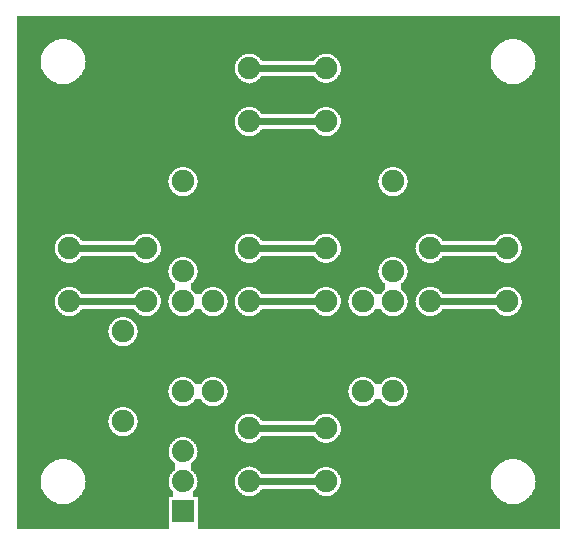
<source format=gtl>
G04 MADE WITH FRITZING*
G04 WWW.FRITZING.ORG*
G04 DOUBLE SIDED*
G04 HOLES PLATED*
G04 CONTOUR ON CENTER OF CONTOUR VECTOR*
%ASAXBY*%
%FSLAX23Y23*%
%MOIN*%
%OFA0B0*%
%SFA1.0B1.0*%
%ADD10C,0.075000*%
%ADD11C,0.074000*%
%ADD12R,0.074000X0.074000*%
%ADD13C,0.024000*%
%LNCOPPER1*%
G90*
G70*
G54D10*
X1173Y1615D03*
X1672Y801D03*
X1416Y801D03*
X1672Y978D03*
X1416Y978D03*
X1069Y201D03*
X813Y201D03*
X1069Y378D03*
X813Y378D03*
X469Y801D03*
X213Y801D03*
X469Y978D03*
X213Y978D03*
X1069Y1401D03*
X813Y1401D03*
X1069Y1578D03*
X813Y1578D03*
X1069Y801D03*
X813Y801D03*
X1069Y978D03*
X813Y978D03*
X1192Y501D03*
X1192Y801D03*
X592Y901D03*
X592Y1201D03*
X1292Y901D03*
X1292Y1201D03*
X692Y501D03*
X692Y801D03*
X1292Y501D03*
X1292Y801D03*
X592Y501D03*
X592Y801D03*
G54D11*
X592Y101D03*
X592Y201D03*
X592Y301D03*
G54D10*
X392Y401D03*
X392Y701D03*
G54D12*
X592Y101D03*
G54D13*
X242Y978D02*
X440Y978D01*
D02*
X1040Y1578D02*
X842Y1578D01*
D02*
X242Y801D02*
X440Y801D01*
D02*
X1644Y801D02*
X1445Y801D01*
D02*
X842Y1401D02*
X1040Y1401D01*
D02*
X1040Y978D02*
X842Y978D01*
D02*
X842Y801D02*
X1040Y801D01*
D02*
X842Y201D02*
X1040Y201D01*
D02*
X1644Y978D02*
X1445Y978D01*
D02*
X842Y378D02*
X1040Y378D01*
G36*
X40Y1751D02*
X40Y1675D01*
X1704Y1675D01*
X1704Y1673D01*
X1712Y1673D01*
X1712Y1671D01*
X1718Y1671D01*
X1718Y1669D01*
X1722Y1669D01*
X1722Y1667D01*
X1726Y1667D01*
X1726Y1665D01*
X1730Y1665D01*
X1730Y1663D01*
X1734Y1663D01*
X1734Y1661D01*
X1736Y1661D01*
X1736Y1659D01*
X1738Y1659D01*
X1738Y1657D01*
X1740Y1657D01*
X1740Y1655D01*
X1742Y1655D01*
X1742Y1653D01*
X1746Y1653D01*
X1746Y1649D01*
X1748Y1649D01*
X1748Y1647D01*
X1750Y1647D01*
X1750Y1645D01*
X1752Y1645D01*
X1752Y1643D01*
X1754Y1643D01*
X1754Y1639D01*
X1756Y1639D01*
X1756Y1637D01*
X1758Y1637D01*
X1758Y1633D01*
X1760Y1633D01*
X1760Y1629D01*
X1762Y1629D01*
X1762Y1623D01*
X1764Y1623D01*
X1764Y1617D01*
X1766Y1617D01*
X1766Y1601D01*
X1768Y1601D01*
X1768Y1599D01*
X1766Y1599D01*
X1766Y1583D01*
X1764Y1583D01*
X1764Y1577D01*
X1762Y1577D01*
X1762Y1571D01*
X1760Y1571D01*
X1760Y1567D01*
X1758Y1567D01*
X1758Y1565D01*
X1756Y1565D01*
X1756Y1561D01*
X1754Y1561D01*
X1754Y1557D01*
X1752Y1557D01*
X1752Y1555D01*
X1750Y1555D01*
X1750Y1553D01*
X1748Y1553D01*
X1748Y1551D01*
X1746Y1551D01*
X1746Y1549D01*
X1744Y1549D01*
X1744Y1547D01*
X1742Y1547D01*
X1742Y1545D01*
X1740Y1545D01*
X1740Y1543D01*
X1738Y1543D01*
X1738Y1541D01*
X1736Y1541D01*
X1736Y1539D01*
X1732Y1539D01*
X1732Y1537D01*
X1730Y1537D01*
X1730Y1535D01*
X1726Y1535D01*
X1726Y1533D01*
X1722Y1533D01*
X1722Y1531D01*
X1718Y1531D01*
X1718Y1529D01*
X1712Y1529D01*
X1712Y1527D01*
X1702Y1527D01*
X1702Y1525D01*
X1848Y1525D01*
X1848Y1751D01*
X40Y1751D01*
G37*
D02*
G36*
X40Y1675D02*
X40Y1525D01*
X182Y1525D01*
X182Y1527D01*
X172Y1527D01*
X172Y1529D01*
X168Y1529D01*
X168Y1531D01*
X162Y1531D01*
X162Y1533D01*
X158Y1533D01*
X158Y1535D01*
X154Y1535D01*
X154Y1537D01*
X152Y1537D01*
X152Y1539D01*
X148Y1539D01*
X148Y1541D01*
X146Y1541D01*
X146Y1543D01*
X144Y1543D01*
X144Y1545D01*
X142Y1545D01*
X142Y1547D01*
X140Y1547D01*
X140Y1549D01*
X138Y1549D01*
X138Y1551D01*
X136Y1551D01*
X136Y1553D01*
X134Y1553D01*
X134Y1555D01*
X132Y1555D01*
X132Y1559D01*
X130Y1559D01*
X130Y1561D01*
X128Y1561D01*
X128Y1565D01*
X126Y1565D01*
X126Y1569D01*
X124Y1569D01*
X124Y1573D01*
X122Y1573D01*
X122Y1577D01*
X120Y1577D01*
X120Y1585D01*
X118Y1585D01*
X118Y1617D01*
X120Y1617D01*
X120Y1623D01*
X122Y1623D01*
X122Y1629D01*
X124Y1629D01*
X124Y1633D01*
X126Y1633D01*
X126Y1637D01*
X128Y1637D01*
X128Y1639D01*
X130Y1639D01*
X130Y1643D01*
X132Y1643D01*
X132Y1645D01*
X134Y1645D01*
X134Y1647D01*
X136Y1647D01*
X136Y1649D01*
X138Y1649D01*
X138Y1651D01*
X140Y1651D01*
X140Y1653D01*
X142Y1653D01*
X142Y1655D01*
X144Y1655D01*
X144Y1657D01*
X146Y1657D01*
X146Y1659D01*
X148Y1659D01*
X148Y1661D01*
X150Y1661D01*
X150Y1663D01*
X154Y1663D01*
X154Y1665D01*
X158Y1665D01*
X158Y1667D01*
X162Y1667D01*
X162Y1669D01*
X166Y1669D01*
X166Y1671D01*
X172Y1671D01*
X172Y1673D01*
X180Y1673D01*
X180Y1675D01*
X40Y1675D01*
G37*
D02*
G36*
X204Y1675D02*
X204Y1673D01*
X212Y1673D01*
X212Y1671D01*
X218Y1671D01*
X218Y1669D01*
X222Y1669D01*
X222Y1667D01*
X226Y1667D01*
X226Y1665D01*
X230Y1665D01*
X230Y1663D01*
X234Y1663D01*
X234Y1661D01*
X236Y1661D01*
X236Y1659D01*
X238Y1659D01*
X238Y1657D01*
X240Y1657D01*
X240Y1655D01*
X242Y1655D01*
X242Y1653D01*
X246Y1653D01*
X246Y1649D01*
X248Y1649D01*
X248Y1647D01*
X250Y1647D01*
X250Y1645D01*
X252Y1645D01*
X252Y1643D01*
X254Y1643D01*
X254Y1639D01*
X256Y1639D01*
X256Y1637D01*
X258Y1637D01*
X258Y1633D01*
X260Y1633D01*
X260Y1629D01*
X262Y1629D01*
X262Y1627D01*
X1078Y1627D01*
X1078Y1625D01*
X1084Y1625D01*
X1084Y1623D01*
X1088Y1623D01*
X1088Y1621D01*
X1092Y1621D01*
X1092Y1619D01*
X1094Y1619D01*
X1094Y1617D01*
X1098Y1617D01*
X1098Y1615D01*
X1100Y1615D01*
X1100Y1613D01*
X1102Y1613D01*
X1102Y1611D01*
X1104Y1611D01*
X1104Y1609D01*
X1106Y1609D01*
X1106Y1607D01*
X1108Y1607D01*
X1108Y1605D01*
X1110Y1605D01*
X1110Y1601D01*
X1112Y1601D01*
X1112Y1597D01*
X1114Y1597D01*
X1114Y1593D01*
X1116Y1593D01*
X1116Y1587D01*
X1118Y1587D01*
X1118Y1567D01*
X1116Y1567D01*
X1116Y1561D01*
X1114Y1561D01*
X1114Y1557D01*
X1112Y1557D01*
X1112Y1555D01*
X1110Y1555D01*
X1110Y1551D01*
X1108Y1551D01*
X1108Y1549D01*
X1106Y1549D01*
X1106Y1547D01*
X1104Y1547D01*
X1104Y1543D01*
X1100Y1543D01*
X1100Y1541D01*
X1098Y1541D01*
X1098Y1539D01*
X1096Y1539D01*
X1096Y1537D01*
X1094Y1537D01*
X1094Y1535D01*
X1090Y1535D01*
X1090Y1533D01*
X1086Y1533D01*
X1086Y1531D01*
X1080Y1531D01*
X1080Y1529D01*
X1070Y1529D01*
X1070Y1527D01*
X1672Y1527D01*
X1672Y1529D01*
X1668Y1529D01*
X1668Y1531D01*
X1662Y1531D01*
X1662Y1533D01*
X1658Y1533D01*
X1658Y1535D01*
X1654Y1535D01*
X1654Y1537D01*
X1652Y1537D01*
X1652Y1539D01*
X1648Y1539D01*
X1648Y1541D01*
X1646Y1541D01*
X1646Y1543D01*
X1644Y1543D01*
X1644Y1545D01*
X1642Y1545D01*
X1642Y1547D01*
X1640Y1547D01*
X1640Y1549D01*
X1638Y1549D01*
X1638Y1551D01*
X1636Y1551D01*
X1636Y1553D01*
X1634Y1553D01*
X1634Y1555D01*
X1632Y1555D01*
X1632Y1559D01*
X1630Y1559D01*
X1630Y1561D01*
X1628Y1561D01*
X1628Y1565D01*
X1626Y1565D01*
X1626Y1569D01*
X1624Y1569D01*
X1624Y1573D01*
X1622Y1573D01*
X1622Y1577D01*
X1620Y1577D01*
X1620Y1585D01*
X1618Y1585D01*
X1618Y1617D01*
X1620Y1617D01*
X1620Y1623D01*
X1622Y1623D01*
X1622Y1629D01*
X1624Y1629D01*
X1624Y1633D01*
X1626Y1633D01*
X1626Y1637D01*
X1628Y1637D01*
X1628Y1639D01*
X1630Y1639D01*
X1630Y1643D01*
X1632Y1643D01*
X1632Y1645D01*
X1634Y1645D01*
X1634Y1647D01*
X1636Y1647D01*
X1636Y1649D01*
X1638Y1649D01*
X1638Y1651D01*
X1640Y1651D01*
X1640Y1653D01*
X1642Y1653D01*
X1642Y1655D01*
X1644Y1655D01*
X1644Y1657D01*
X1646Y1657D01*
X1646Y1659D01*
X1648Y1659D01*
X1648Y1661D01*
X1652Y1661D01*
X1652Y1663D01*
X1654Y1663D01*
X1654Y1665D01*
X1658Y1665D01*
X1658Y1667D01*
X1662Y1667D01*
X1662Y1669D01*
X1666Y1669D01*
X1666Y1671D01*
X1672Y1671D01*
X1672Y1673D01*
X1680Y1673D01*
X1680Y1675D01*
X204Y1675D01*
G37*
D02*
G36*
X262Y1627D02*
X262Y1623D01*
X264Y1623D01*
X264Y1617D01*
X266Y1617D01*
X266Y1601D01*
X268Y1601D01*
X268Y1599D01*
X266Y1599D01*
X266Y1583D01*
X264Y1583D01*
X264Y1577D01*
X262Y1577D01*
X262Y1571D01*
X260Y1571D01*
X260Y1567D01*
X258Y1567D01*
X258Y1565D01*
X256Y1565D01*
X256Y1561D01*
X254Y1561D01*
X254Y1557D01*
X252Y1557D01*
X252Y1555D01*
X250Y1555D01*
X250Y1553D01*
X248Y1553D01*
X248Y1551D01*
X246Y1551D01*
X246Y1549D01*
X244Y1549D01*
X244Y1547D01*
X242Y1547D01*
X242Y1545D01*
X240Y1545D01*
X240Y1543D01*
X238Y1543D01*
X238Y1541D01*
X236Y1541D01*
X236Y1539D01*
X232Y1539D01*
X232Y1537D01*
X230Y1537D01*
X230Y1535D01*
X226Y1535D01*
X226Y1533D01*
X222Y1533D01*
X222Y1531D01*
X218Y1531D01*
X218Y1529D01*
X212Y1529D01*
X212Y1527D01*
X812Y1527D01*
X812Y1529D01*
X802Y1529D01*
X802Y1531D01*
X796Y1531D01*
X796Y1533D01*
X792Y1533D01*
X792Y1535D01*
X788Y1535D01*
X788Y1537D01*
X786Y1537D01*
X786Y1539D01*
X784Y1539D01*
X784Y1541D01*
X782Y1541D01*
X782Y1543D01*
X778Y1543D01*
X778Y1547D01*
X776Y1547D01*
X776Y1549D01*
X774Y1549D01*
X774Y1551D01*
X772Y1551D01*
X772Y1555D01*
X770Y1555D01*
X770Y1557D01*
X768Y1557D01*
X768Y1561D01*
X766Y1561D01*
X766Y1567D01*
X764Y1567D01*
X764Y1587D01*
X766Y1587D01*
X766Y1593D01*
X768Y1593D01*
X768Y1597D01*
X770Y1597D01*
X770Y1601D01*
X772Y1601D01*
X772Y1603D01*
X774Y1603D01*
X774Y1607D01*
X776Y1607D01*
X776Y1609D01*
X778Y1609D01*
X778Y1611D01*
X780Y1611D01*
X780Y1613D01*
X782Y1613D01*
X782Y1615D01*
X784Y1615D01*
X784Y1617D01*
X788Y1617D01*
X788Y1619D01*
X790Y1619D01*
X790Y1621D01*
X794Y1621D01*
X794Y1623D01*
X798Y1623D01*
X798Y1625D01*
X804Y1625D01*
X804Y1627D01*
X262Y1627D01*
G37*
D02*
G36*
X822Y1627D02*
X822Y1625D01*
X828Y1625D01*
X828Y1623D01*
X832Y1623D01*
X832Y1621D01*
X836Y1621D01*
X836Y1619D01*
X838Y1619D01*
X838Y1617D01*
X842Y1617D01*
X842Y1615D01*
X844Y1615D01*
X844Y1613D01*
X846Y1613D01*
X846Y1611D01*
X848Y1611D01*
X848Y1609D01*
X850Y1609D01*
X850Y1607D01*
X852Y1607D01*
X852Y1605D01*
X854Y1605D01*
X854Y1601D01*
X1028Y1601D01*
X1028Y1605D01*
X1030Y1605D01*
X1030Y1607D01*
X1032Y1607D01*
X1032Y1609D01*
X1034Y1609D01*
X1034Y1611D01*
X1036Y1611D01*
X1036Y1613D01*
X1038Y1613D01*
X1038Y1615D01*
X1040Y1615D01*
X1040Y1617D01*
X1044Y1617D01*
X1044Y1619D01*
X1046Y1619D01*
X1046Y1621D01*
X1050Y1621D01*
X1050Y1623D01*
X1054Y1623D01*
X1054Y1625D01*
X1060Y1625D01*
X1060Y1627D01*
X822Y1627D01*
G37*
D02*
G36*
X854Y1553D02*
X854Y1551D01*
X852Y1551D01*
X852Y1549D01*
X850Y1549D01*
X850Y1545D01*
X848Y1545D01*
X848Y1543D01*
X846Y1543D01*
X846Y1541D01*
X842Y1541D01*
X842Y1539D01*
X840Y1539D01*
X840Y1537D01*
X838Y1537D01*
X838Y1535D01*
X834Y1535D01*
X834Y1533D01*
X830Y1533D01*
X830Y1531D01*
X824Y1531D01*
X824Y1529D01*
X814Y1529D01*
X814Y1527D01*
X1068Y1527D01*
X1068Y1529D01*
X1058Y1529D01*
X1058Y1531D01*
X1052Y1531D01*
X1052Y1533D01*
X1048Y1533D01*
X1048Y1535D01*
X1044Y1535D01*
X1044Y1537D01*
X1042Y1537D01*
X1042Y1539D01*
X1040Y1539D01*
X1040Y1541D01*
X1038Y1541D01*
X1038Y1543D01*
X1034Y1543D01*
X1034Y1547D01*
X1032Y1547D01*
X1032Y1549D01*
X1030Y1549D01*
X1030Y1551D01*
X1028Y1551D01*
X1028Y1553D01*
X854Y1553D01*
G37*
D02*
G36*
X202Y1527D02*
X202Y1525D01*
X1682Y1525D01*
X1682Y1527D01*
X202Y1527D01*
G37*
D02*
G36*
X202Y1527D02*
X202Y1525D01*
X1682Y1525D01*
X1682Y1527D01*
X202Y1527D01*
G37*
D02*
G36*
X202Y1527D02*
X202Y1525D01*
X1682Y1525D01*
X1682Y1527D01*
X202Y1527D01*
G37*
D02*
G36*
X40Y1525D02*
X40Y1523D01*
X1848Y1523D01*
X1848Y1525D01*
X40Y1525D01*
G37*
D02*
G36*
X40Y1525D02*
X40Y1523D01*
X1848Y1523D01*
X1848Y1525D01*
X40Y1525D01*
G37*
D02*
G36*
X40Y1525D02*
X40Y1523D01*
X1848Y1523D01*
X1848Y1525D01*
X40Y1525D01*
G37*
D02*
G36*
X40Y1523D02*
X40Y1449D01*
X1080Y1449D01*
X1080Y1447D01*
X1086Y1447D01*
X1086Y1445D01*
X1090Y1445D01*
X1090Y1443D01*
X1092Y1443D01*
X1092Y1441D01*
X1096Y1441D01*
X1096Y1439D01*
X1098Y1439D01*
X1098Y1437D01*
X1100Y1437D01*
X1100Y1435D01*
X1102Y1435D01*
X1102Y1433D01*
X1104Y1433D01*
X1104Y1431D01*
X1106Y1431D01*
X1106Y1429D01*
X1108Y1429D01*
X1108Y1427D01*
X1110Y1427D01*
X1110Y1423D01*
X1112Y1423D01*
X1112Y1421D01*
X1114Y1421D01*
X1114Y1417D01*
X1116Y1417D01*
X1116Y1411D01*
X1118Y1411D01*
X1118Y1391D01*
X1116Y1391D01*
X1116Y1385D01*
X1114Y1385D01*
X1114Y1381D01*
X1112Y1381D01*
X1112Y1377D01*
X1110Y1377D01*
X1110Y1373D01*
X1108Y1373D01*
X1108Y1371D01*
X1106Y1371D01*
X1106Y1369D01*
X1104Y1369D01*
X1104Y1367D01*
X1102Y1367D01*
X1102Y1365D01*
X1100Y1365D01*
X1100Y1363D01*
X1098Y1363D01*
X1098Y1361D01*
X1096Y1361D01*
X1096Y1359D01*
X1092Y1359D01*
X1092Y1357D01*
X1088Y1357D01*
X1088Y1355D01*
X1084Y1355D01*
X1084Y1353D01*
X1078Y1353D01*
X1078Y1351D01*
X1848Y1351D01*
X1848Y1523D01*
X40Y1523D01*
G37*
D02*
G36*
X40Y1449D02*
X40Y1351D01*
X804Y1351D01*
X804Y1353D01*
X798Y1353D01*
X798Y1355D01*
X794Y1355D01*
X794Y1357D01*
X790Y1357D01*
X790Y1359D01*
X786Y1359D01*
X786Y1361D01*
X784Y1361D01*
X784Y1363D01*
X782Y1363D01*
X782Y1365D01*
X780Y1365D01*
X780Y1367D01*
X778Y1367D01*
X778Y1369D01*
X776Y1369D01*
X776Y1371D01*
X774Y1371D01*
X774Y1373D01*
X772Y1373D01*
X772Y1377D01*
X770Y1377D01*
X770Y1381D01*
X768Y1381D01*
X768Y1385D01*
X766Y1385D01*
X766Y1391D01*
X764Y1391D01*
X764Y1411D01*
X766Y1411D01*
X766Y1415D01*
X768Y1415D01*
X768Y1421D01*
X770Y1421D01*
X770Y1423D01*
X772Y1423D01*
X772Y1427D01*
X774Y1427D01*
X774Y1429D01*
X776Y1429D01*
X776Y1431D01*
X778Y1431D01*
X778Y1433D01*
X780Y1433D01*
X780Y1435D01*
X782Y1435D01*
X782Y1437D01*
X784Y1437D01*
X784Y1439D01*
X786Y1439D01*
X786Y1441D01*
X790Y1441D01*
X790Y1443D01*
X792Y1443D01*
X792Y1445D01*
X796Y1445D01*
X796Y1447D01*
X802Y1447D01*
X802Y1449D01*
X40Y1449D01*
G37*
D02*
G36*
X824Y1449D02*
X824Y1447D01*
X830Y1447D01*
X830Y1445D01*
X834Y1445D01*
X834Y1443D01*
X836Y1443D01*
X836Y1441D01*
X840Y1441D01*
X840Y1439D01*
X842Y1439D01*
X842Y1437D01*
X844Y1437D01*
X844Y1435D01*
X848Y1435D01*
X848Y1431D01*
X850Y1431D01*
X850Y1429D01*
X852Y1429D01*
X852Y1427D01*
X854Y1427D01*
X854Y1425D01*
X1028Y1425D01*
X1028Y1427D01*
X1030Y1427D01*
X1030Y1429D01*
X1032Y1429D01*
X1032Y1431D01*
X1034Y1431D01*
X1034Y1433D01*
X1036Y1433D01*
X1036Y1435D01*
X1038Y1435D01*
X1038Y1437D01*
X1040Y1437D01*
X1040Y1439D01*
X1042Y1439D01*
X1042Y1441D01*
X1046Y1441D01*
X1046Y1443D01*
X1048Y1443D01*
X1048Y1445D01*
X1052Y1445D01*
X1052Y1447D01*
X1058Y1447D01*
X1058Y1449D01*
X824Y1449D01*
G37*
D02*
G36*
X854Y1377D02*
X854Y1373D01*
X852Y1373D01*
X852Y1371D01*
X850Y1371D01*
X850Y1369D01*
X848Y1369D01*
X848Y1367D01*
X846Y1367D01*
X846Y1365D01*
X844Y1365D01*
X844Y1363D01*
X842Y1363D01*
X842Y1361D01*
X840Y1361D01*
X840Y1359D01*
X836Y1359D01*
X836Y1357D01*
X832Y1357D01*
X832Y1355D01*
X828Y1355D01*
X828Y1353D01*
X822Y1353D01*
X822Y1351D01*
X1060Y1351D01*
X1060Y1353D01*
X1054Y1353D01*
X1054Y1355D01*
X1050Y1355D01*
X1050Y1357D01*
X1046Y1357D01*
X1046Y1359D01*
X1042Y1359D01*
X1042Y1361D01*
X1040Y1361D01*
X1040Y1363D01*
X1038Y1363D01*
X1038Y1365D01*
X1036Y1365D01*
X1036Y1367D01*
X1034Y1367D01*
X1034Y1369D01*
X1032Y1369D01*
X1032Y1371D01*
X1030Y1371D01*
X1030Y1373D01*
X1028Y1373D01*
X1028Y1377D01*
X854Y1377D01*
G37*
D02*
G36*
X40Y1351D02*
X40Y1349D01*
X1848Y1349D01*
X1848Y1351D01*
X40Y1351D01*
G37*
D02*
G36*
X40Y1351D02*
X40Y1349D01*
X1848Y1349D01*
X1848Y1351D01*
X40Y1351D01*
G37*
D02*
G36*
X40Y1351D02*
X40Y1349D01*
X1848Y1349D01*
X1848Y1351D01*
X40Y1351D01*
G37*
D02*
G36*
X40Y1349D02*
X40Y1249D01*
X1302Y1249D01*
X1302Y1247D01*
X1308Y1247D01*
X1308Y1245D01*
X1312Y1245D01*
X1312Y1243D01*
X1316Y1243D01*
X1316Y1241D01*
X1318Y1241D01*
X1318Y1239D01*
X1322Y1239D01*
X1322Y1237D01*
X1324Y1237D01*
X1324Y1235D01*
X1326Y1235D01*
X1326Y1233D01*
X1328Y1233D01*
X1328Y1231D01*
X1330Y1231D01*
X1330Y1229D01*
X1332Y1229D01*
X1332Y1225D01*
X1334Y1225D01*
X1334Y1221D01*
X1336Y1221D01*
X1336Y1219D01*
X1338Y1219D01*
X1338Y1213D01*
X1340Y1213D01*
X1340Y1207D01*
X1342Y1207D01*
X1342Y1195D01*
X1340Y1195D01*
X1340Y1187D01*
X1338Y1187D01*
X1338Y1181D01*
X1336Y1181D01*
X1336Y1179D01*
X1334Y1179D01*
X1334Y1175D01*
X1332Y1175D01*
X1332Y1173D01*
X1330Y1173D01*
X1330Y1169D01*
X1328Y1169D01*
X1328Y1167D01*
X1326Y1167D01*
X1326Y1165D01*
X1324Y1165D01*
X1324Y1163D01*
X1320Y1163D01*
X1320Y1161D01*
X1318Y1161D01*
X1318Y1159D01*
X1316Y1159D01*
X1316Y1157D01*
X1312Y1157D01*
X1312Y1155D01*
X1308Y1155D01*
X1308Y1153D01*
X1302Y1153D01*
X1302Y1151D01*
X1848Y1151D01*
X1848Y1349D01*
X40Y1349D01*
G37*
D02*
G36*
X40Y1249D02*
X40Y1151D01*
X582Y1151D01*
X582Y1153D01*
X576Y1153D01*
X576Y1155D01*
X572Y1155D01*
X572Y1157D01*
X568Y1157D01*
X568Y1159D01*
X566Y1159D01*
X566Y1161D01*
X564Y1161D01*
X564Y1163D01*
X560Y1163D01*
X560Y1165D01*
X558Y1165D01*
X558Y1167D01*
X556Y1167D01*
X556Y1171D01*
X554Y1171D01*
X554Y1173D01*
X552Y1173D01*
X552Y1175D01*
X550Y1175D01*
X550Y1179D01*
X548Y1179D01*
X548Y1183D01*
X546Y1183D01*
X546Y1187D01*
X544Y1187D01*
X544Y1195D01*
X542Y1195D01*
X542Y1205D01*
X544Y1205D01*
X544Y1213D01*
X546Y1213D01*
X546Y1219D01*
X548Y1219D01*
X548Y1221D01*
X550Y1221D01*
X550Y1225D01*
X552Y1225D01*
X552Y1227D01*
X554Y1227D01*
X554Y1231D01*
X556Y1231D01*
X556Y1233D01*
X558Y1233D01*
X558Y1235D01*
X560Y1235D01*
X560Y1237D01*
X562Y1237D01*
X562Y1239D01*
X566Y1239D01*
X566Y1241D01*
X568Y1241D01*
X568Y1243D01*
X572Y1243D01*
X572Y1245D01*
X576Y1245D01*
X576Y1247D01*
X582Y1247D01*
X582Y1249D01*
X40Y1249D01*
G37*
D02*
G36*
X602Y1249D02*
X602Y1247D01*
X608Y1247D01*
X608Y1245D01*
X612Y1245D01*
X612Y1243D01*
X616Y1243D01*
X616Y1241D01*
X618Y1241D01*
X618Y1239D01*
X622Y1239D01*
X622Y1237D01*
X624Y1237D01*
X624Y1235D01*
X626Y1235D01*
X626Y1233D01*
X628Y1233D01*
X628Y1231D01*
X630Y1231D01*
X630Y1229D01*
X632Y1229D01*
X632Y1225D01*
X634Y1225D01*
X634Y1221D01*
X636Y1221D01*
X636Y1219D01*
X638Y1219D01*
X638Y1213D01*
X640Y1213D01*
X640Y1207D01*
X642Y1207D01*
X642Y1195D01*
X640Y1195D01*
X640Y1187D01*
X638Y1187D01*
X638Y1181D01*
X636Y1181D01*
X636Y1179D01*
X634Y1179D01*
X634Y1175D01*
X632Y1175D01*
X632Y1173D01*
X630Y1173D01*
X630Y1169D01*
X628Y1169D01*
X628Y1167D01*
X626Y1167D01*
X626Y1165D01*
X624Y1165D01*
X624Y1163D01*
X620Y1163D01*
X620Y1161D01*
X618Y1161D01*
X618Y1159D01*
X616Y1159D01*
X616Y1157D01*
X612Y1157D01*
X612Y1155D01*
X608Y1155D01*
X608Y1153D01*
X602Y1153D01*
X602Y1151D01*
X1282Y1151D01*
X1282Y1153D01*
X1276Y1153D01*
X1276Y1155D01*
X1272Y1155D01*
X1272Y1157D01*
X1268Y1157D01*
X1268Y1159D01*
X1266Y1159D01*
X1266Y1161D01*
X1264Y1161D01*
X1264Y1163D01*
X1260Y1163D01*
X1260Y1165D01*
X1258Y1165D01*
X1258Y1167D01*
X1256Y1167D01*
X1256Y1171D01*
X1254Y1171D01*
X1254Y1173D01*
X1252Y1173D01*
X1252Y1175D01*
X1250Y1175D01*
X1250Y1179D01*
X1248Y1179D01*
X1248Y1183D01*
X1246Y1183D01*
X1246Y1187D01*
X1244Y1187D01*
X1244Y1195D01*
X1242Y1195D01*
X1242Y1205D01*
X1244Y1205D01*
X1244Y1213D01*
X1246Y1213D01*
X1246Y1219D01*
X1248Y1219D01*
X1248Y1221D01*
X1250Y1221D01*
X1250Y1225D01*
X1252Y1225D01*
X1252Y1227D01*
X1254Y1227D01*
X1254Y1231D01*
X1256Y1231D01*
X1256Y1233D01*
X1258Y1233D01*
X1258Y1235D01*
X1260Y1235D01*
X1260Y1237D01*
X1262Y1237D01*
X1262Y1239D01*
X1266Y1239D01*
X1266Y1241D01*
X1268Y1241D01*
X1268Y1243D01*
X1272Y1243D01*
X1272Y1245D01*
X1276Y1245D01*
X1276Y1247D01*
X1282Y1247D01*
X1282Y1249D01*
X602Y1249D01*
G37*
D02*
G36*
X40Y1151D02*
X40Y1149D01*
X1848Y1149D01*
X1848Y1151D01*
X40Y1151D01*
G37*
D02*
G36*
X40Y1151D02*
X40Y1149D01*
X1848Y1149D01*
X1848Y1151D01*
X40Y1151D01*
G37*
D02*
G36*
X40Y1151D02*
X40Y1149D01*
X1848Y1149D01*
X1848Y1151D01*
X40Y1151D01*
G37*
D02*
G36*
X40Y1149D02*
X40Y1027D01*
X1682Y1027D01*
X1682Y1025D01*
X1688Y1025D01*
X1688Y1023D01*
X1692Y1023D01*
X1692Y1021D01*
X1696Y1021D01*
X1696Y1019D01*
X1698Y1019D01*
X1698Y1017D01*
X1700Y1017D01*
X1700Y1015D01*
X1704Y1015D01*
X1704Y1013D01*
X1706Y1013D01*
X1706Y1011D01*
X1708Y1011D01*
X1708Y1009D01*
X1710Y1009D01*
X1710Y1005D01*
X1712Y1005D01*
X1712Y1003D01*
X1714Y1003D01*
X1714Y999D01*
X1716Y999D01*
X1716Y997D01*
X1718Y997D01*
X1718Y991D01*
X1720Y991D01*
X1720Y985D01*
X1722Y985D01*
X1722Y971D01*
X1720Y971D01*
X1720Y963D01*
X1718Y963D01*
X1718Y959D01*
X1716Y959D01*
X1716Y955D01*
X1714Y955D01*
X1714Y953D01*
X1712Y953D01*
X1712Y949D01*
X1710Y949D01*
X1710Y947D01*
X1708Y947D01*
X1708Y945D01*
X1706Y945D01*
X1706Y943D01*
X1704Y943D01*
X1704Y941D01*
X1702Y941D01*
X1702Y939D01*
X1700Y939D01*
X1700Y937D01*
X1696Y937D01*
X1696Y935D01*
X1692Y935D01*
X1692Y933D01*
X1688Y933D01*
X1688Y931D01*
X1684Y931D01*
X1684Y929D01*
X1848Y929D01*
X1848Y1149D01*
X40Y1149D01*
G37*
D02*
G36*
X40Y1027D02*
X40Y929D01*
X202Y929D01*
X202Y931D01*
X196Y931D01*
X196Y933D01*
X192Y933D01*
X192Y935D01*
X190Y935D01*
X190Y937D01*
X186Y937D01*
X186Y939D01*
X184Y939D01*
X184Y941D01*
X182Y941D01*
X182Y943D01*
X180Y943D01*
X180Y945D01*
X178Y945D01*
X178Y947D01*
X176Y947D01*
X176Y949D01*
X174Y949D01*
X174Y951D01*
X172Y951D01*
X172Y955D01*
X170Y955D01*
X170Y957D01*
X168Y957D01*
X168Y963D01*
X166Y963D01*
X166Y967D01*
X164Y967D01*
X164Y987D01*
X166Y987D01*
X166Y993D01*
X168Y993D01*
X168Y997D01*
X170Y997D01*
X170Y1001D01*
X172Y1001D01*
X172Y1005D01*
X174Y1005D01*
X174Y1007D01*
X176Y1007D01*
X176Y1009D01*
X178Y1009D01*
X178Y1011D01*
X180Y1011D01*
X180Y1013D01*
X182Y1013D01*
X182Y1015D01*
X184Y1015D01*
X184Y1017D01*
X186Y1017D01*
X186Y1019D01*
X190Y1019D01*
X190Y1021D01*
X194Y1021D01*
X194Y1023D01*
X198Y1023D01*
X198Y1025D01*
X204Y1025D01*
X204Y1027D01*
X40Y1027D01*
G37*
D02*
G36*
X222Y1027D02*
X222Y1025D01*
X228Y1025D01*
X228Y1023D01*
X232Y1023D01*
X232Y1021D01*
X236Y1021D01*
X236Y1019D01*
X240Y1019D01*
X240Y1017D01*
X242Y1017D01*
X242Y1015D01*
X244Y1015D01*
X244Y1013D01*
X246Y1013D01*
X246Y1011D01*
X248Y1011D01*
X248Y1009D01*
X250Y1009D01*
X250Y1007D01*
X252Y1007D01*
X252Y1005D01*
X254Y1005D01*
X254Y1001D01*
X428Y1001D01*
X428Y1005D01*
X430Y1005D01*
X430Y1007D01*
X432Y1007D01*
X432Y1009D01*
X434Y1009D01*
X434Y1011D01*
X436Y1011D01*
X436Y1013D01*
X438Y1013D01*
X438Y1015D01*
X440Y1015D01*
X440Y1017D01*
X442Y1017D01*
X442Y1019D01*
X446Y1019D01*
X446Y1021D01*
X450Y1021D01*
X450Y1023D01*
X454Y1023D01*
X454Y1025D01*
X460Y1025D01*
X460Y1027D01*
X222Y1027D01*
G37*
D02*
G36*
X478Y1027D02*
X478Y1025D01*
X484Y1025D01*
X484Y1023D01*
X488Y1023D01*
X488Y1021D01*
X492Y1021D01*
X492Y1019D01*
X496Y1019D01*
X496Y1017D01*
X498Y1017D01*
X498Y1015D01*
X500Y1015D01*
X500Y1013D01*
X502Y1013D01*
X502Y1011D01*
X504Y1011D01*
X504Y1009D01*
X506Y1009D01*
X506Y1007D01*
X508Y1007D01*
X508Y1005D01*
X510Y1005D01*
X510Y1001D01*
X512Y1001D01*
X512Y997D01*
X514Y997D01*
X514Y993D01*
X516Y993D01*
X516Y987D01*
X518Y987D01*
X518Y967D01*
X516Y967D01*
X516Y961D01*
X514Y961D01*
X514Y957D01*
X512Y957D01*
X512Y955D01*
X510Y955D01*
X510Y951D01*
X508Y951D01*
X508Y949D01*
X602Y949D01*
X602Y947D01*
X608Y947D01*
X608Y945D01*
X612Y945D01*
X612Y943D01*
X616Y943D01*
X616Y941D01*
X618Y941D01*
X618Y939D01*
X622Y939D01*
X622Y937D01*
X624Y937D01*
X624Y935D01*
X626Y935D01*
X626Y933D01*
X628Y933D01*
X628Y931D01*
X630Y931D01*
X630Y929D01*
X802Y929D01*
X802Y931D01*
X796Y931D01*
X796Y933D01*
X792Y933D01*
X792Y935D01*
X790Y935D01*
X790Y937D01*
X786Y937D01*
X786Y939D01*
X784Y939D01*
X784Y941D01*
X782Y941D01*
X782Y943D01*
X780Y943D01*
X780Y945D01*
X778Y945D01*
X778Y947D01*
X776Y947D01*
X776Y949D01*
X774Y949D01*
X774Y951D01*
X772Y951D01*
X772Y955D01*
X770Y955D01*
X770Y957D01*
X768Y957D01*
X768Y963D01*
X766Y963D01*
X766Y967D01*
X764Y967D01*
X764Y987D01*
X766Y987D01*
X766Y993D01*
X768Y993D01*
X768Y997D01*
X770Y997D01*
X770Y1001D01*
X772Y1001D01*
X772Y1005D01*
X774Y1005D01*
X774Y1007D01*
X776Y1007D01*
X776Y1009D01*
X778Y1009D01*
X778Y1011D01*
X780Y1011D01*
X780Y1013D01*
X782Y1013D01*
X782Y1015D01*
X784Y1015D01*
X784Y1017D01*
X786Y1017D01*
X786Y1019D01*
X790Y1019D01*
X790Y1021D01*
X794Y1021D01*
X794Y1023D01*
X798Y1023D01*
X798Y1025D01*
X804Y1025D01*
X804Y1027D01*
X478Y1027D01*
G37*
D02*
G36*
X822Y1027D02*
X822Y1025D01*
X828Y1025D01*
X828Y1023D01*
X832Y1023D01*
X832Y1021D01*
X836Y1021D01*
X836Y1019D01*
X840Y1019D01*
X840Y1017D01*
X842Y1017D01*
X842Y1015D01*
X844Y1015D01*
X844Y1013D01*
X846Y1013D01*
X846Y1011D01*
X848Y1011D01*
X848Y1009D01*
X850Y1009D01*
X850Y1007D01*
X852Y1007D01*
X852Y1005D01*
X854Y1005D01*
X854Y1001D01*
X1028Y1001D01*
X1028Y1005D01*
X1030Y1005D01*
X1030Y1007D01*
X1032Y1007D01*
X1032Y1009D01*
X1034Y1009D01*
X1034Y1011D01*
X1036Y1011D01*
X1036Y1013D01*
X1038Y1013D01*
X1038Y1015D01*
X1040Y1015D01*
X1040Y1017D01*
X1042Y1017D01*
X1042Y1019D01*
X1046Y1019D01*
X1046Y1021D01*
X1050Y1021D01*
X1050Y1023D01*
X1054Y1023D01*
X1054Y1025D01*
X1060Y1025D01*
X1060Y1027D01*
X822Y1027D01*
G37*
D02*
G36*
X1078Y1027D02*
X1078Y1025D01*
X1084Y1025D01*
X1084Y1023D01*
X1088Y1023D01*
X1088Y1021D01*
X1092Y1021D01*
X1092Y1019D01*
X1096Y1019D01*
X1096Y1017D01*
X1098Y1017D01*
X1098Y1015D01*
X1100Y1015D01*
X1100Y1013D01*
X1102Y1013D01*
X1102Y1011D01*
X1104Y1011D01*
X1104Y1009D01*
X1106Y1009D01*
X1106Y1007D01*
X1108Y1007D01*
X1108Y1005D01*
X1110Y1005D01*
X1110Y1001D01*
X1112Y1001D01*
X1112Y997D01*
X1114Y997D01*
X1114Y993D01*
X1116Y993D01*
X1116Y987D01*
X1118Y987D01*
X1118Y967D01*
X1116Y967D01*
X1116Y961D01*
X1114Y961D01*
X1114Y957D01*
X1112Y957D01*
X1112Y955D01*
X1110Y955D01*
X1110Y951D01*
X1108Y951D01*
X1108Y949D01*
X1302Y949D01*
X1302Y947D01*
X1308Y947D01*
X1308Y945D01*
X1312Y945D01*
X1312Y943D01*
X1316Y943D01*
X1316Y941D01*
X1318Y941D01*
X1318Y939D01*
X1322Y939D01*
X1322Y937D01*
X1324Y937D01*
X1324Y935D01*
X1326Y935D01*
X1326Y933D01*
X1328Y933D01*
X1328Y931D01*
X1330Y931D01*
X1330Y929D01*
X1406Y929D01*
X1406Y931D01*
X1400Y931D01*
X1400Y933D01*
X1396Y933D01*
X1396Y935D01*
X1392Y935D01*
X1392Y937D01*
X1390Y937D01*
X1390Y939D01*
X1388Y939D01*
X1388Y941D01*
X1384Y941D01*
X1384Y943D01*
X1382Y943D01*
X1382Y945D01*
X1380Y945D01*
X1380Y947D01*
X1378Y947D01*
X1378Y951D01*
X1376Y951D01*
X1376Y953D01*
X1374Y953D01*
X1374Y957D01*
X1372Y957D01*
X1372Y961D01*
X1370Y961D01*
X1370Y965D01*
X1368Y965D01*
X1368Y977D01*
X1366Y977D01*
X1366Y979D01*
X1368Y979D01*
X1368Y989D01*
X1370Y989D01*
X1370Y995D01*
X1372Y995D01*
X1372Y999D01*
X1374Y999D01*
X1374Y1003D01*
X1376Y1003D01*
X1376Y1005D01*
X1378Y1005D01*
X1378Y1007D01*
X1380Y1007D01*
X1380Y1009D01*
X1382Y1009D01*
X1382Y1011D01*
X1384Y1011D01*
X1384Y1013D01*
X1386Y1013D01*
X1386Y1015D01*
X1388Y1015D01*
X1388Y1017D01*
X1390Y1017D01*
X1390Y1019D01*
X1394Y1019D01*
X1394Y1021D01*
X1396Y1021D01*
X1396Y1023D01*
X1402Y1023D01*
X1402Y1025D01*
X1408Y1025D01*
X1408Y1027D01*
X1078Y1027D01*
G37*
D02*
G36*
X1426Y1027D02*
X1426Y1025D01*
X1432Y1025D01*
X1432Y1023D01*
X1436Y1023D01*
X1436Y1021D01*
X1440Y1021D01*
X1440Y1019D01*
X1442Y1019D01*
X1442Y1017D01*
X1446Y1017D01*
X1446Y1015D01*
X1448Y1015D01*
X1448Y1013D01*
X1450Y1013D01*
X1450Y1011D01*
X1452Y1011D01*
X1452Y1009D01*
X1454Y1009D01*
X1454Y1005D01*
X1456Y1005D01*
X1456Y1003D01*
X1458Y1003D01*
X1458Y1001D01*
X1630Y1001D01*
X1630Y1003D01*
X1632Y1003D01*
X1632Y1005D01*
X1634Y1005D01*
X1634Y1007D01*
X1636Y1007D01*
X1636Y1009D01*
X1638Y1009D01*
X1638Y1013D01*
X1642Y1013D01*
X1642Y1015D01*
X1644Y1015D01*
X1644Y1017D01*
X1646Y1017D01*
X1646Y1019D01*
X1650Y1019D01*
X1650Y1021D01*
X1652Y1021D01*
X1652Y1023D01*
X1658Y1023D01*
X1658Y1025D01*
X1664Y1025D01*
X1664Y1027D01*
X1426Y1027D01*
G37*
D02*
G36*
X254Y953D02*
X254Y951D01*
X252Y951D01*
X252Y949D01*
X250Y949D01*
X250Y947D01*
X248Y947D01*
X248Y943D01*
X244Y943D01*
X244Y941D01*
X242Y941D01*
X242Y939D01*
X240Y939D01*
X240Y937D01*
X238Y937D01*
X238Y935D01*
X234Y935D01*
X234Y933D01*
X230Y933D01*
X230Y931D01*
X224Y931D01*
X224Y929D01*
X458Y929D01*
X458Y931D01*
X452Y931D01*
X452Y933D01*
X448Y933D01*
X448Y935D01*
X446Y935D01*
X446Y937D01*
X442Y937D01*
X442Y939D01*
X440Y939D01*
X440Y941D01*
X438Y941D01*
X438Y943D01*
X436Y943D01*
X436Y945D01*
X434Y945D01*
X434Y947D01*
X432Y947D01*
X432Y949D01*
X430Y949D01*
X430Y951D01*
X428Y951D01*
X428Y953D01*
X254Y953D01*
G37*
D02*
G36*
X854Y953D02*
X854Y951D01*
X852Y951D01*
X852Y949D01*
X850Y949D01*
X850Y947D01*
X848Y947D01*
X848Y943D01*
X844Y943D01*
X844Y941D01*
X842Y941D01*
X842Y939D01*
X840Y939D01*
X840Y937D01*
X838Y937D01*
X838Y935D01*
X834Y935D01*
X834Y933D01*
X830Y933D01*
X830Y931D01*
X824Y931D01*
X824Y929D01*
X1058Y929D01*
X1058Y931D01*
X1052Y931D01*
X1052Y933D01*
X1048Y933D01*
X1048Y935D01*
X1046Y935D01*
X1046Y937D01*
X1042Y937D01*
X1042Y939D01*
X1040Y939D01*
X1040Y941D01*
X1038Y941D01*
X1038Y943D01*
X1036Y943D01*
X1036Y945D01*
X1034Y945D01*
X1034Y947D01*
X1032Y947D01*
X1032Y949D01*
X1030Y949D01*
X1030Y951D01*
X1028Y951D01*
X1028Y953D01*
X854Y953D01*
G37*
D02*
G36*
X1458Y953D02*
X1458Y951D01*
X1456Y951D01*
X1456Y949D01*
X1454Y949D01*
X1454Y947D01*
X1452Y947D01*
X1452Y945D01*
X1450Y945D01*
X1450Y943D01*
X1448Y943D01*
X1448Y941D01*
X1446Y941D01*
X1446Y939D01*
X1444Y939D01*
X1444Y937D01*
X1440Y937D01*
X1440Y935D01*
X1436Y935D01*
X1436Y933D01*
X1432Y933D01*
X1432Y931D01*
X1428Y931D01*
X1428Y929D01*
X1662Y929D01*
X1662Y931D01*
X1656Y931D01*
X1656Y933D01*
X1652Y933D01*
X1652Y935D01*
X1648Y935D01*
X1648Y937D01*
X1646Y937D01*
X1646Y939D01*
X1642Y939D01*
X1642Y941D01*
X1640Y941D01*
X1640Y943D01*
X1638Y943D01*
X1638Y945D01*
X1636Y945D01*
X1636Y947D01*
X1634Y947D01*
X1634Y951D01*
X1632Y951D01*
X1632Y953D01*
X1458Y953D01*
G37*
D02*
G36*
X506Y949D02*
X506Y947D01*
X504Y947D01*
X504Y945D01*
X502Y945D01*
X502Y943D01*
X500Y943D01*
X500Y941D01*
X498Y941D01*
X498Y939D01*
X496Y939D01*
X496Y937D01*
X492Y937D01*
X492Y935D01*
X490Y935D01*
X490Y933D01*
X486Y933D01*
X486Y931D01*
X480Y931D01*
X480Y929D01*
X554Y929D01*
X554Y931D01*
X556Y931D01*
X556Y933D01*
X558Y933D01*
X558Y935D01*
X560Y935D01*
X560Y937D01*
X562Y937D01*
X562Y939D01*
X566Y939D01*
X566Y941D01*
X568Y941D01*
X568Y943D01*
X572Y943D01*
X572Y945D01*
X576Y945D01*
X576Y947D01*
X582Y947D01*
X582Y949D01*
X506Y949D01*
G37*
D02*
G36*
X1106Y949D02*
X1106Y947D01*
X1104Y947D01*
X1104Y945D01*
X1102Y945D01*
X1102Y943D01*
X1100Y943D01*
X1100Y941D01*
X1098Y941D01*
X1098Y939D01*
X1096Y939D01*
X1096Y937D01*
X1092Y937D01*
X1092Y935D01*
X1090Y935D01*
X1090Y933D01*
X1086Y933D01*
X1086Y931D01*
X1080Y931D01*
X1080Y929D01*
X1254Y929D01*
X1254Y931D01*
X1256Y931D01*
X1256Y933D01*
X1258Y933D01*
X1258Y935D01*
X1260Y935D01*
X1260Y937D01*
X1262Y937D01*
X1262Y939D01*
X1266Y939D01*
X1266Y941D01*
X1268Y941D01*
X1268Y943D01*
X1272Y943D01*
X1272Y945D01*
X1276Y945D01*
X1276Y947D01*
X1282Y947D01*
X1282Y949D01*
X1106Y949D01*
G37*
D02*
G36*
X40Y929D02*
X40Y927D01*
X554Y927D01*
X554Y929D01*
X40Y929D01*
G37*
D02*
G36*
X40Y929D02*
X40Y927D01*
X554Y927D01*
X554Y929D01*
X40Y929D01*
G37*
D02*
G36*
X40Y929D02*
X40Y927D01*
X554Y927D01*
X554Y929D01*
X40Y929D01*
G37*
D02*
G36*
X632Y929D02*
X632Y927D01*
X1254Y927D01*
X1254Y929D01*
X632Y929D01*
G37*
D02*
G36*
X632Y929D02*
X632Y927D01*
X1254Y927D01*
X1254Y929D01*
X632Y929D01*
G37*
D02*
G36*
X632Y929D02*
X632Y927D01*
X1254Y927D01*
X1254Y929D01*
X632Y929D01*
G37*
D02*
G36*
X1332Y929D02*
X1332Y927D01*
X1848Y927D01*
X1848Y929D01*
X1332Y929D01*
G37*
D02*
G36*
X1332Y929D02*
X1332Y927D01*
X1848Y927D01*
X1848Y929D01*
X1332Y929D01*
G37*
D02*
G36*
X1332Y929D02*
X1332Y927D01*
X1848Y927D01*
X1848Y929D01*
X1332Y929D01*
G37*
D02*
G36*
X40Y927D02*
X40Y849D01*
X480Y849D01*
X480Y847D01*
X486Y847D01*
X486Y845D01*
X490Y845D01*
X490Y843D01*
X494Y843D01*
X494Y841D01*
X496Y841D01*
X496Y839D01*
X498Y839D01*
X498Y837D01*
X500Y837D01*
X500Y835D01*
X504Y835D01*
X504Y831D01*
X506Y831D01*
X506Y829D01*
X508Y829D01*
X508Y827D01*
X510Y827D01*
X510Y823D01*
X512Y823D01*
X512Y821D01*
X514Y821D01*
X514Y817D01*
X516Y817D01*
X516Y811D01*
X518Y811D01*
X518Y791D01*
X516Y791D01*
X516Y785D01*
X514Y785D01*
X514Y781D01*
X512Y781D01*
X512Y777D01*
X510Y777D01*
X510Y773D01*
X508Y773D01*
X508Y771D01*
X506Y771D01*
X506Y769D01*
X504Y769D01*
X504Y767D01*
X502Y767D01*
X502Y765D01*
X500Y765D01*
X500Y763D01*
X498Y763D01*
X498Y761D01*
X494Y761D01*
X494Y759D01*
X492Y759D01*
X492Y757D01*
X488Y757D01*
X488Y755D01*
X484Y755D01*
X484Y753D01*
X478Y753D01*
X478Y751D01*
X582Y751D01*
X582Y753D01*
X576Y753D01*
X576Y755D01*
X572Y755D01*
X572Y757D01*
X568Y757D01*
X568Y759D01*
X566Y759D01*
X566Y761D01*
X564Y761D01*
X564Y763D01*
X560Y763D01*
X560Y765D01*
X558Y765D01*
X558Y767D01*
X556Y767D01*
X556Y771D01*
X554Y771D01*
X554Y773D01*
X552Y773D01*
X552Y775D01*
X550Y775D01*
X550Y779D01*
X548Y779D01*
X548Y783D01*
X546Y783D01*
X546Y787D01*
X544Y787D01*
X544Y795D01*
X542Y795D01*
X542Y805D01*
X544Y805D01*
X544Y813D01*
X546Y813D01*
X546Y819D01*
X548Y819D01*
X548Y821D01*
X550Y821D01*
X550Y825D01*
X552Y825D01*
X552Y827D01*
X554Y827D01*
X554Y831D01*
X556Y831D01*
X556Y833D01*
X558Y833D01*
X558Y835D01*
X560Y835D01*
X560Y837D01*
X562Y837D01*
X562Y839D01*
X566Y839D01*
X566Y861D01*
X564Y861D01*
X564Y863D01*
X560Y863D01*
X560Y865D01*
X558Y865D01*
X558Y867D01*
X556Y867D01*
X556Y871D01*
X554Y871D01*
X554Y873D01*
X552Y873D01*
X552Y875D01*
X550Y875D01*
X550Y879D01*
X548Y879D01*
X548Y883D01*
X546Y883D01*
X546Y887D01*
X544Y887D01*
X544Y895D01*
X542Y895D01*
X542Y905D01*
X544Y905D01*
X544Y913D01*
X546Y913D01*
X546Y919D01*
X548Y919D01*
X548Y921D01*
X550Y921D01*
X550Y925D01*
X552Y925D01*
X552Y927D01*
X40Y927D01*
G37*
D02*
G36*
X632Y927D02*
X632Y925D01*
X634Y925D01*
X634Y921D01*
X636Y921D01*
X636Y919D01*
X638Y919D01*
X638Y913D01*
X640Y913D01*
X640Y907D01*
X642Y907D01*
X642Y895D01*
X640Y895D01*
X640Y887D01*
X638Y887D01*
X638Y881D01*
X636Y881D01*
X636Y879D01*
X634Y879D01*
X634Y875D01*
X632Y875D01*
X632Y873D01*
X630Y873D01*
X630Y869D01*
X628Y869D01*
X628Y867D01*
X626Y867D01*
X626Y865D01*
X624Y865D01*
X624Y863D01*
X620Y863D01*
X620Y861D01*
X618Y861D01*
X618Y849D01*
X1202Y849D01*
X1202Y847D01*
X1208Y847D01*
X1208Y845D01*
X1212Y845D01*
X1212Y843D01*
X1216Y843D01*
X1216Y841D01*
X1218Y841D01*
X1218Y839D01*
X1222Y839D01*
X1222Y837D01*
X1224Y837D01*
X1224Y835D01*
X1226Y835D01*
X1226Y833D01*
X1228Y833D01*
X1228Y831D01*
X1230Y831D01*
X1230Y829D01*
X1232Y829D01*
X1232Y825D01*
X1252Y825D01*
X1252Y827D01*
X1254Y827D01*
X1254Y831D01*
X1256Y831D01*
X1256Y833D01*
X1258Y833D01*
X1258Y835D01*
X1260Y835D01*
X1260Y837D01*
X1262Y837D01*
X1262Y839D01*
X1266Y839D01*
X1266Y861D01*
X1264Y861D01*
X1264Y863D01*
X1260Y863D01*
X1260Y865D01*
X1258Y865D01*
X1258Y867D01*
X1256Y867D01*
X1256Y871D01*
X1254Y871D01*
X1254Y873D01*
X1252Y873D01*
X1252Y875D01*
X1250Y875D01*
X1250Y879D01*
X1248Y879D01*
X1248Y883D01*
X1246Y883D01*
X1246Y887D01*
X1244Y887D01*
X1244Y895D01*
X1242Y895D01*
X1242Y905D01*
X1244Y905D01*
X1244Y913D01*
X1246Y913D01*
X1246Y919D01*
X1248Y919D01*
X1248Y921D01*
X1250Y921D01*
X1250Y925D01*
X1252Y925D01*
X1252Y927D01*
X632Y927D01*
G37*
D02*
G36*
X1332Y927D02*
X1332Y925D01*
X1334Y925D01*
X1334Y921D01*
X1336Y921D01*
X1336Y919D01*
X1338Y919D01*
X1338Y913D01*
X1340Y913D01*
X1340Y907D01*
X1342Y907D01*
X1342Y895D01*
X1340Y895D01*
X1340Y887D01*
X1338Y887D01*
X1338Y881D01*
X1336Y881D01*
X1336Y879D01*
X1334Y879D01*
X1334Y875D01*
X1332Y875D01*
X1332Y873D01*
X1330Y873D01*
X1330Y869D01*
X1328Y869D01*
X1328Y867D01*
X1326Y867D01*
X1326Y865D01*
X1324Y865D01*
X1324Y863D01*
X1320Y863D01*
X1320Y861D01*
X1318Y861D01*
X1318Y849D01*
X1684Y849D01*
X1684Y847D01*
X1690Y847D01*
X1690Y845D01*
X1694Y845D01*
X1694Y843D01*
X1696Y843D01*
X1696Y841D01*
X1700Y841D01*
X1700Y839D01*
X1702Y839D01*
X1702Y837D01*
X1704Y837D01*
X1704Y835D01*
X1706Y835D01*
X1706Y833D01*
X1708Y833D01*
X1708Y831D01*
X1710Y831D01*
X1710Y829D01*
X1712Y829D01*
X1712Y827D01*
X1714Y827D01*
X1714Y823D01*
X1716Y823D01*
X1716Y819D01*
X1718Y819D01*
X1718Y815D01*
X1720Y815D01*
X1720Y807D01*
X1722Y807D01*
X1722Y793D01*
X1720Y793D01*
X1720Y787D01*
X1718Y787D01*
X1718Y781D01*
X1716Y781D01*
X1716Y779D01*
X1714Y779D01*
X1714Y775D01*
X1712Y775D01*
X1712Y773D01*
X1710Y773D01*
X1710Y769D01*
X1708Y769D01*
X1708Y767D01*
X1706Y767D01*
X1706Y765D01*
X1704Y765D01*
X1704Y763D01*
X1700Y763D01*
X1700Y761D01*
X1698Y761D01*
X1698Y759D01*
X1694Y759D01*
X1694Y757D01*
X1692Y757D01*
X1692Y755D01*
X1686Y755D01*
X1686Y753D01*
X1680Y753D01*
X1680Y751D01*
X1848Y751D01*
X1848Y927D01*
X1332Y927D01*
G37*
D02*
G36*
X40Y849D02*
X40Y751D01*
X204Y751D01*
X204Y753D01*
X198Y753D01*
X198Y755D01*
X194Y755D01*
X194Y757D01*
X190Y757D01*
X190Y759D01*
X188Y759D01*
X188Y761D01*
X184Y761D01*
X184Y763D01*
X182Y763D01*
X182Y765D01*
X180Y765D01*
X180Y767D01*
X178Y767D01*
X178Y769D01*
X176Y769D01*
X176Y771D01*
X174Y771D01*
X174Y775D01*
X172Y775D01*
X172Y777D01*
X170Y777D01*
X170Y781D01*
X168Y781D01*
X168Y785D01*
X166Y785D01*
X166Y791D01*
X164Y791D01*
X164Y811D01*
X166Y811D01*
X166Y815D01*
X168Y815D01*
X168Y821D01*
X170Y821D01*
X170Y823D01*
X172Y823D01*
X172Y827D01*
X174Y827D01*
X174Y829D01*
X176Y829D01*
X176Y831D01*
X178Y831D01*
X178Y835D01*
X182Y835D01*
X182Y837D01*
X184Y837D01*
X184Y839D01*
X186Y839D01*
X186Y841D01*
X188Y841D01*
X188Y843D01*
X192Y843D01*
X192Y845D01*
X196Y845D01*
X196Y847D01*
X202Y847D01*
X202Y849D01*
X40Y849D01*
G37*
D02*
G36*
X224Y849D02*
X224Y847D01*
X230Y847D01*
X230Y845D01*
X234Y845D01*
X234Y843D01*
X238Y843D01*
X238Y841D01*
X240Y841D01*
X240Y839D01*
X242Y839D01*
X242Y837D01*
X246Y837D01*
X246Y835D01*
X248Y835D01*
X248Y831D01*
X250Y831D01*
X250Y829D01*
X252Y829D01*
X252Y827D01*
X254Y827D01*
X254Y825D01*
X428Y825D01*
X428Y827D01*
X430Y827D01*
X430Y829D01*
X432Y829D01*
X432Y831D01*
X434Y831D01*
X434Y835D01*
X438Y835D01*
X438Y837D01*
X440Y837D01*
X440Y839D01*
X442Y839D01*
X442Y841D01*
X444Y841D01*
X444Y843D01*
X448Y843D01*
X448Y845D01*
X452Y845D01*
X452Y847D01*
X458Y847D01*
X458Y849D01*
X224Y849D01*
G37*
D02*
G36*
X618Y849D02*
X618Y839D01*
X622Y839D01*
X622Y837D01*
X624Y837D01*
X624Y835D01*
X626Y835D01*
X626Y833D01*
X628Y833D01*
X628Y831D01*
X630Y831D01*
X630Y829D01*
X632Y829D01*
X632Y825D01*
X652Y825D01*
X652Y827D01*
X654Y827D01*
X654Y831D01*
X656Y831D01*
X656Y833D01*
X658Y833D01*
X658Y835D01*
X660Y835D01*
X660Y837D01*
X662Y837D01*
X662Y839D01*
X666Y839D01*
X666Y841D01*
X668Y841D01*
X668Y843D01*
X672Y843D01*
X672Y845D01*
X676Y845D01*
X676Y847D01*
X682Y847D01*
X682Y849D01*
X618Y849D01*
G37*
D02*
G36*
X702Y849D02*
X702Y847D01*
X708Y847D01*
X708Y845D01*
X712Y845D01*
X712Y843D01*
X716Y843D01*
X716Y841D01*
X718Y841D01*
X718Y839D01*
X722Y839D01*
X722Y837D01*
X724Y837D01*
X724Y835D01*
X726Y835D01*
X726Y833D01*
X728Y833D01*
X728Y831D01*
X730Y831D01*
X730Y829D01*
X732Y829D01*
X732Y825D01*
X734Y825D01*
X734Y821D01*
X736Y821D01*
X736Y819D01*
X738Y819D01*
X738Y813D01*
X740Y813D01*
X740Y807D01*
X742Y807D01*
X742Y795D01*
X740Y795D01*
X740Y787D01*
X738Y787D01*
X738Y781D01*
X736Y781D01*
X736Y779D01*
X734Y779D01*
X734Y775D01*
X732Y775D01*
X732Y773D01*
X730Y773D01*
X730Y769D01*
X728Y769D01*
X728Y767D01*
X726Y767D01*
X726Y765D01*
X724Y765D01*
X724Y763D01*
X720Y763D01*
X720Y761D01*
X718Y761D01*
X718Y759D01*
X716Y759D01*
X716Y757D01*
X712Y757D01*
X712Y755D01*
X708Y755D01*
X708Y753D01*
X702Y753D01*
X702Y751D01*
X804Y751D01*
X804Y753D01*
X798Y753D01*
X798Y755D01*
X794Y755D01*
X794Y757D01*
X790Y757D01*
X790Y759D01*
X788Y759D01*
X788Y761D01*
X784Y761D01*
X784Y763D01*
X782Y763D01*
X782Y765D01*
X780Y765D01*
X780Y767D01*
X778Y767D01*
X778Y769D01*
X776Y769D01*
X776Y771D01*
X774Y771D01*
X774Y775D01*
X772Y775D01*
X772Y777D01*
X770Y777D01*
X770Y781D01*
X768Y781D01*
X768Y785D01*
X766Y785D01*
X766Y791D01*
X764Y791D01*
X764Y811D01*
X766Y811D01*
X766Y815D01*
X768Y815D01*
X768Y821D01*
X770Y821D01*
X770Y823D01*
X772Y823D01*
X772Y827D01*
X774Y827D01*
X774Y829D01*
X776Y829D01*
X776Y831D01*
X778Y831D01*
X778Y835D01*
X782Y835D01*
X782Y837D01*
X784Y837D01*
X784Y839D01*
X786Y839D01*
X786Y841D01*
X788Y841D01*
X788Y843D01*
X792Y843D01*
X792Y845D01*
X796Y845D01*
X796Y847D01*
X802Y847D01*
X802Y849D01*
X702Y849D01*
G37*
D02*
G36*
X824Y849D02*
X824Y847D01*
X830Y847D01*
X830Y845D01*
X834Y845D01*
X834Y843D01*
X838Y843D01*
X838Y841D01*
X840Y841D01*
X840Y839D01*
X842Y839D01*
X842Y837D01*
X846Y837D01*
X846Y835D01*
X848Y835D01*
X848Y831D01*
X850Y831D01*
X850Y829D01*
X852Y829D01*
X852Y827D01*
X854Y827D01*
X854Y825D01*
X1028Y825D01*
X1028Y827D01*
X1030Y827D01*
X1030Y829D01*
X1032Y829D01*
X1032Y831D01*
X1034Y831D01*
X1034Y835D01*
X1038Y835D01*
X1038Y837D01*
X1040Y837D01*
X1040Y839D01*
X1042Y839D01*
X1042Y841D01*
X1044Y841D01*
X1044Y843D01*
X1048Y843D01*
X1048Y845D01*
X1052Y845D01*
X1052Y847D01*
X1058Y847D01*
X1058Y849D01*
X824Y849D01*
G37*
D02*
G36*
X1080Y849D02*
X1080Y847D01*
X1086Y847D01*
X1086Y845D01*
X1090Y845D01*
X1090Y843D01*
X1094Y843D01*
X1094Y841D01*
X1096Y841D01*
X1096Y839D01*
X1098Y839D01*
X1098Y837D01*
X1100Y837D01*
X1100Y835D01*
X1104Y835D01*
X1104Y831D01*
X1106Y831D01*
X1106Y829D01*
X1108Y829D01*
X1108Y827D01*
X1110Y827D01*
X1110Y823D01*
X1112Y823D01*
X1112Y821D01*
X1114Y821D01*
X1114Y817D01*
X1116Y817D01*
X1116Y811D01*
X1118Y811D01*
X1118Y791D01*
X1116Y791D01*
X1116Y785D01*
X1114Y785D01*
X1114Y781D01*
X1112Y781D01*
X1112Y777D01*
X1110Y777D01*
X1110Y773D01*
X1108Y773D01*
X1108Y771D01*
X1106Y771D01*
X1106Y769D01*
X1104Y769D01*
X1104Y767D01*
X1102Y767D01*
X1102Y765D01*
X1100Y765D01*
X1100Y763D01*
X1098Y763D01*
X1098Y761D01*
X1094Y761D01*
X1094Y759D01*
X1092Y759D01*
X1092Y757D01*
X1088Y757D01*
X1088Y755D01*
X1084Y755D01*
X1084Y753D01*
X1078Y753D01*
X1078Y751D01*
X1182Y751D01*
X1182Y753D01*
X1176Y753D01*
X1176Y755D01*
X1172Y755D01*
X1172Y757D01*
X1168Y757D01*
X1168Y759D01*
X1166Y759D01*
X1166Y761D01*
X1164Y761D01*
X1164Y763D01*
X1160Y763D01*
X1160Y765D01*
X1158Y765D01*
X1158Y767D01*
X1156Y767D01*
X1156Y771D01*
X1154Y771D01*
X1154Y773D01*
X1152Y773D01*
X1152Y775D01*
X1150Y775D01*
X1150Y779D01*
X1148Y779D01*
X1148Y783D01*
X1146Y783D01*
X1146Y787D01*
X1144Y787D01*
X1144Y795D01*
X1142Y795D01*
X1142Y805D01*
X1144Y805D01*
X1144Y813D01*
X1146Y813D01*
X1146Y819D01*
X1148Y819D01*
X1148Y821D01*
X1150Y821D01*
X1150Y825D01*
X1152Y825D01*
X1152Y827D01*
X1154Y827D01*
X1154Y831D01*
X1156Y831D01*
X1156Y833D01*
X1158Y833D01*
X1158Y835D01*
X1160Y835D01*
X1160Y837D01*
X1162Y837D01*
X1162Y839D01*
X1166Y839D01*
X1166Y841D01*
X1168Y841D01*
X1168Y843D01*
X1172Y843D01*
X1172Y845D01*
X1176Y845D01*
X1176Y847D01*
X1182Y847D01*
X1182Y849D01*
X1080Y849D01*
G37*
D02*
G36*
X1318Y849D02*
X1318Y839D01*
X1322Y839D01*
X1322Y837D01*
X1324Y837D01*
X1324Y835D01*
X1326Y835D01*
X1326Y833D01*
X1328Y833D01*
X1328Y831D01*
X1330Y831D01*
X1330Y829D01*
X1332Y829D01*
X1332Y825D01*
X1334Y825D01*
X1334Y821D01*
X1336Y821D01*
X1336Y819D01*
X1338Y819D01*
X1338Y813D01*
X1340Y813D01*
X1340Y807D01*
X1342Y807D01*
X1342Y795D01*
X1340Y795D01*
X1340Y787D01*
X1338Y787D01*
X1338Y781D01*
X1336Y781D01*
X1336Y779D01*
X1334Y779D01*
X1334Y775D01*
X1332Y775D01*
X1332Y773D01*
X1330Y773D01*
X1330Y769D01*
X1328Y769D01*
X1328Y767D01*
X1326Y767D01*
X1326Y765D01*
X1324Y765D01*
X1324Y763D01*
X1320Y763D01*
X1320Y761D01*
X1318Y761D01*
X1318Y759D01*
X1316Y759D01*
X1316Y757D01*
X1312Y757D01*
X1312Y755D01*
X1308Y755D01*
X1308Y753D01*
X1302Y753D01*
X1302Y751D01*
X1408Y751D01*
X1408Y753D01*
X1402Y753D01*
X1402Y755D01*
X1398Y755D01*
X1398Y757D01*
X1394Y757D01*
X1394Y759D01*
X1390Y759D01*
X1390Y761D01*
X1388Y761D01*
X1388Y763D01*
X1386Y763D01*
X1386Y765D01*
X1384Y765D01*
X1384Y767D01*
X1382Y767D01*
X1382Y769D01*
X1380Y769D01*
X1380Y771D01*
X1378Y771D01*
X1378Y773D01*
X1376Y773D01*
X1376Y777D01*
X1374Y777D01*
X1374Y779D01*
X1372Y779D01*
X1372Y783D01*
X1370Y783D01*
X1370Y789D01*
X1368Y789D01*
X1368Y799D01*
X1366Y799D01*
X1366Y803D01*
X1368Y803D01*
X1368Y813D01*
X1370Y813D01*
X1370Y817D01*
X1372Y817D01*
X1372Y821D01*
X1374Y821D01*
X1374Y825D01*
X1376Y825D01*
X1376Y827D01*
X1378Y827D01*
X1378Y831D01*
X1380Y831D01*
X1380Y833D01*
X1382Y833D01*
X1382Y835D01*
X1384Y835D01*
X1384Y837D01*
X1386Y837D01*
X1386Y839D01*
X1390Y839D01*
X1390Y841D01*
X1392Y841D01*
X1392Y843D01*
X1396Y843D01*
X1396Y845D01*
X1400Y845D01*
X1400Y847D01*
X1404Y847D01*
X1404Y849D01*
X1318Y849D01*
G37*
D02*
G36*
X1428Y849D02*
X1428Y847D01*
X1434Y847D01*
X1434Y845D01*
X1438Y845D01*
X1438Y843D01*
X1440Y843D01*
X1440Y841D01*
X1444Y841D01*
X1444Y839D01*
X1446Y839D01*
X1446Y837D01*
X1448Y837D01*
X1448Y835D01*
X1450Y835D01*
X1450Y833D01*
X1452Y833D01*
X1452Y831D01*
X1454Y831D01*
X1454Y829D01*
X1456Y829D01*
X1456Y827D01*
X1458Y827D01*
X1458Y825D01*
X1632Y825D01*
X1632Y827D01*
X1634Y827D01*
X1634Y831D01*
X1636Y831D01*
X1636Y833D01*
X1638Y833D01*
X1638Y835D01*
X1640Y835D01*
X1640Y837D01*
X1642Y837D01*
X1642Y839D01*
X1646Y839D01*
X1646Y841D01*
X1648Y841D01*
X1648Y843D01*
X1652Y843D01*
X1652Y845D01*
X1656Y845D01*
X1656Y847D01*
X1660Y847D01*
X1660Y849D01*
X1428Y849D01*
G37*
D02*
G36*
X254Y777D02*
X254Y773D01*
X252Y773D01*
X252Y771D01*
X250Y771D01*
X250Y769D01*
X248Y769D01*
X248Y767D01*
X246Y767D01*
X246Y765D01*
X244Y765D01*
X244Y763D01*
X242Y763D01*
X242Y761D01*
X238Y761D01*
X238Y759D01*
X236Y759D01*
X236Y757D01*
X232Y757D01*
X232Y755D01*
X228Y755D01*
X228Y753D01*
X222Y753D01*
X222Y751D01*
X460Y751D01*
X460Y753D01*
X454Y753D01*
X454Y755D01*
X450Y755D01*
X450Y757D01*
X446Y757D01*
X446Y759D01*
X444Y759D01*
X444Y761D01*
X440Y761D01*
X440Y763D01*
X438Y763D01*
X438Y765D01*
X436Y765D01*
X436Y767D01*
X434Y767D01*
X434Y769D01*
X432Y769D01*
X432Y771D01*
X430Y771D01*
X430Y773D01*
X428Y773D01*
X428Y777D01*
X254Y777D01*
G37*
D02*
G36*
X854Y777D02*
X854Y773D01*
X852Y773D01*
X852Y771D01*
X850Y771D01*
X850Y769D01*
X848Y769D01*
X848Y767D01*
X846Y767D01*
X846Y765D01*
X844Y765D01*
X844Y763D01*
X842Y763D01*
X842Y761D01*
X838Y761D01*
X838Y759D01*
X836Y759D01*
X836Y757D01*
X832Y757D01*
X832Y755D01*
X828Y755D01*
X828Y753D01*
X822Y753D01*
X822Y751D01*
X1060Y751D01*
X1060Y753D01*
X1054Y753D01*
X1054Y755D01*
X1050Y755D01*
X1050Y757D01*
X1046Y757D01*
X1046Y759D01*
X1044Y759D01*
X1044Y761D01*
X1040Y761D01*
X1040Y763D01*
X1038Y763D01*
X1038Y765D01*
X1036Y765D01*
X1036Y767D01*
X1034Y767D01*
X1034Y769D01*
X1032Y769D01*
X1032Y771D01*
X1030Y771D01*
X1030Y773D01*
X1028Y773D01*
X1028Y777D01*
X854Y777D01*
G37*
D02*
G36*
X1458Y777D02*
X1458Y775D01*
X1456Y775D01*
X1456Y773D01*
X1454Y773D01*
X1454Y769D01*
X1452Y769D01*
X1452Y767D01*
X1450Y767D01*
X1450Y765D01*
X1448Y765D01*
X1448Y763D01*
X1444Y763D01*
X1444Y761D01*
X1442Y761D01*
X1442Y759D01*
X1438Y759D01*
X1438Y757D01*
X1436Y757D01*
X1436Y755D01*
X1430Y755D01*
X1430Y753D01*
X1424Y753D01*
X1424Y751D01*
X1664Y751D01*
X1664Y753D01*
X1658Y753D01*
X1658Y755D01*
X1654Y755D01*
X1654Y757D01*
X1650Y757D01*
X1650Y759D01*
X1646Y759D01*
X1646Y761D01*
X1644Y761D01*
X1644Y763D01*
X1642Y763D01*
X1642Y765D01*
X1640Y765D01*
X1640Y767D01*
X1638Y767D01*
X1638Y769D01*
X1636Y769D01*
X1636Y771D01*
X1634Y771D01*
X1634Y773D01*
X1632Y773D01*
X1632Y775D01*
X1630Y775D01*
X1630Y777D01*
X1458Y777D01*
G37*
D02*
G36*
X632Y775D02*
X632Y773D01*
X630Y773D01*
X630Y769D01*
X628Y769D01*
X628Y767D01*
X626Y767D01*
X626Y765D01*
X624Y765D01*
X624Y763D01*
X620Y763D01*
X620Y761D01*
X618Y761D01*
X618Y759D01*
X616Y759D01*
X616Y757D01*
X612Y757D01*
X612Y755D01*
X608Y755D01*
X608Y753D01*
X602Y753D01*
X602Y751D01*
X682Y751D01*
X682Y753D01*
X676Y753D01*
X676Y755D01*
X672Y755D01*
X672Y757D01*
X668Y757D01*
X668Y759D01*
X666Y759D01*
X666Y761D01*
X664Y761D01*
X664Y763D01*
X660Y763D01*
X660Y765D01*
X658Y765D01*
X658Y767D01*
X656Y767D01*
X656Y771D01*
X654Y771D01*
X654Y773D01*
X652Y773D01*
X652Y775D01*
X632Y775D01*
G37*
D02*
G36*
X1232Y775D02*
X1232Y773D01*
X1230Y773D01*
X1230Y769D01*
X1228Y769D01*
X1228Y767D01*
X1226Y767D01*
X1226Y765D01*
X1224Y765D01*
X1224Y763D01*
X1220Y763D01*
X1220Y761D01*
X1218Y761D01*
X1218Y759D01*
X1216Y759D01*
X1216Y757D01*
X1212Y757D01*
X1212Y755D01*
X1208Y755D01*
X1208Y753D01*
X1202Y753D01*
X1202Y751D01*
X1282Y751D01*
X1282Y753D01*
X1276Y753D01*
X1276Y755D01*
X1272Y755D01*
X1272Y757D01*
X1268Y757D01*
X1268Y759D01*
X1266Y759D01*
X1266Y761D01*
X1264Y761D01*
X1264Y763D01*
X1260Y763D01*
X1260Y765D01*
X1258Y765D01*
X1258Y767D01*
X1256Y767D01*
X1256Y771D01*
X1254Y771D01*
X1254Y773D01*
X1252Y773D01*
X1252Y775D01*
X1232Y775D01*
G37*
D02*
G36*
X40Y751D02*
X40Y749D01*
X1848Y749D01*
X1848Y751D01*
X40Y751D01*
G37*
D02*
G36*
X40Y751D02*
X40Y749D01*
X1848Y749D01*
X1848Y751D01*
X40Y751D01*
G37*
D02*
G36*
X40Y751D02*
X40Y749D01*
X1848Y749D01*
X1848Y751D01*
X40Y751D01*
G37*
D02*
G36*
X40Y751D02*
X40Y749D01*
X1848Y749D01*
X1848Y751D01*
X40Y751D01*
G37*
D02*
G36*
X40Y751D02*
X40Y749D01*
X1848Y749D01*
X1848Y751D01*
X40Y751D01*
G37*
D02*
G36*
X40Y751D02*
X40Y749D01*
X1848Y749D01*
X1848Y751D01*
X40Y751D01*
G37*
D02*
G36*
X40Y751D02*
X40Y749D01*
X1848Y749D01*
X1848Y751D01*
X40Y751D01*
G37*
D02*
G36*
X40Y751D02*
X40Y749D01*
X1848Y749D01*
X1848Y751D01*
X40Y751D01*
G37*
D02*
G36*
X40Y751D02*
X40Y749D01*
X1848Y749D01*
X1848Y751D01*
X40Y751D01*
G37*
D02*
G36*
X40Y751D02*
X40Y749D01*
X1848Y749D01*
X1848Y751D01*
X40Y751D01*
G37*
D02*
G36*
X40Y751D02*
X40Y749D01*
X1848Y749D01*
X1848Y751D01*
X40Y751D01*
G37*
D02*
G36*
X40Y749D02*
X40Y651D01*
X382Y651D01*
X382Y653D01*
X376Y653D01*
X376Y655D01*
X372Y655D01*
X372Y657D01*
X368Y657D01*
X368Y659D01*
X366Y659D01*
X366Y661D01*
X364Y661D01*
X364Y663D01*
X360Y663D01*
X360Y665D01*
X358Y665D01*
X358Y667D01*
X356Y667D01*
X356Y671D01*
X354Y671D01*
X354Y673D01*
X352Y673D01*
X352Y675D01*
X350Y675D01*
X350Y679D01*
X348Y679D01*
X348Y683D01*
X346Y683D01*
X346Y687D01*
X344Y687D01*
X344Y695D01*
X342Y695D01*
X342Y705D01*
X344Y705D01*
X344Y713D01*
X346Y713D01*
X346Y719D01*
X348Y719D01*
X348Y721D01*
X350Y721D01*
X350Y725D01*
X352Y725D01*
X352Y727D01*
X354Y727D01*
X354Y731D01*
X356Y731D01*
X356Y733D01*
X358Y733D01*
X358Y735D01*
X360Y735D01*
X360Y737D01*
X362Y737D01*
X362Y739D01*
X366Y739D01*
X366Y741D01*
X368Y741D01*
X368Y743D01*
X372Y743D01*
X372Y745D01*
X376Y745D01*
X376Y747D01*
X382Y747D01*
X382Y749D01*
X40Y749D01*
G37*
D02*
G36*
X402Y749D02*
X402Y747D01*
X408Y747D01*
X408Y745D01*
X412Y745D01*
X412Y743D01*
X416Y743D01*
X416Y741D01*
X418Y741D01*
X418Y739D01*
X422Y739D01*
X422Y737D01*
X424Y737D01*
X424Y735D01*
X426Y735D01*
X426Y733D01*
X428Y733D01*
X428Y731D01*
X430Y731D01*
X430Y729D01*
X432Y729D01*
X432Y725D01*
X434Y725D01*
X434Y721D01*
X436Y721D01*
X436Y719D01*
X438Y719D01*
X438Y713D01*
X440Y713D01*
X440Y707D01*
X442Y707D01*
X442Y695D01*
X440Y695D01*
X440Y687D01*
X438Y687D01*
X438Y681D01*
X436Y681D01*
X436Y679D01*
X434Y679D01*
X434Y675D01*
X432Y675D01*
X432Y673D01*
X430Y673D01*
X430Y669D01*
X428Y669D01*
X428Y667D01*
X426Y667D01*
X426Y665D01*
X424Y665D01*
X424Y663D01*
X420Y663D01*
X420Y661D01*
X418Y661D01*
X418Y659D01*
X416Y659D01*
X416Y657D01*
X412Y657D01*
X412Y655D01*
X408Y655D01*
X408Y653D01*
X402Y653D01*
X402Y651D01*
X1848Y651D01*
X1848Y749D01*
X402Y749D01*
G37*
D02*
G36*
X40Y651D02*
X40Y649D01*
X1848Y649D01*
X1848Y651D01*
X40Y651D01*
G37*
D02*
G36*
X40Y651D02*
X40Y649D01*
X1848Y649D01*
X1848Y651D01*
X40Y651D01*
G37*
D02*
G36*
X40Y649D02*
X40Y549D01*
X1302Y549D01*
X1302Y547D01*
X1308Y547D01*
X1308Y545D01*
X1312Y545D01*
X1312Y543D01*
X1316Y543D01*
X1316Y541D01*
X1318Y541D01*
X1318Y539D01*
X1322Y539D01*
X1322Y537D01*
X1324Y537D01*
X1324Y535D01*
X1326Y535D01*
X1326Y533D01*
X1328Y533D01*
X1328Y531D01*
X1330Y531D01*
X1330Y529D01*
X1332Y529D01*
X1332Y525D01*
X1334Y525D01*
X1334Y521D01*
X1336Y521D01*
X1336Y519D01*
X1338Y519D01*
X1338Y513D01*
X1340Y513D01*
X1340Y507D01*
X1342Y507D01*
X1342Y495D01*
X1340Y495D01*
X1340Y487D01*
X1338Y487D01*
X1338Y481D01*
X1336Y481D01*
X1336Y479D01*
X1334Y479D01*
X1334Y475D01*
X1332Y475D01*
X1332Y473D01*
X1330Y473D01*
X1330Y469D01*
X1328Y469D01*
X1328Y467D01*
X1326Y467D01*
X1326Y465D01*
X1324Y465D01*
X1324Y463D01*
X1320Y463D01*
X1320Y461D01*
X1318Y461D01*
X1318Y459D01*
X1316Y459D01*
X1316Y457D01*
X1312Y457D01*
X1312Y455D01*
X1308Y455D01*
X1308Y453D01*
X1302Y453D01*
X1302Y451D01*
X1848Y451D01*
X1848Y649D01*
X40Y649D01*
G37*
D02*
G36*
X40Y549D02*
X40Y451D01*
X582Y451D01*
X582Y453D01*
X576Y453D01*
X576Y455D01*
X572Y455D01*
X572Y457D01*
X568Y457D01*
X568Y459D01*
X566Y459D01*
X566Y461D01*
X564Y461D01*
X564Y463D01*
X560Y463D01*
X560Y465D01*
X558Y465D01*
X558Y467D01*
X556Y467D01*
X556Y471D01*
X554Y471D01*
X554Y473D01*
X552Y473D01*
X552Y475D01*
X550Y475D01*
X550Y479D01*
X548Y479D01*
X548Y483D01*
X546Y483D01*
X546Y487D01*
X544Y487D01*
X544Y495D01*
X542Y495D01*
X542Y505D01*
X544Y505D01*
X544Y513D01*
X546Y513D01*
X546Y519D01*
X548Y519D01*
X548Y521D01*
X550Y521D01*
X550Y525D01*
X552Y525D01*
X552Y527D01*
X554Y527D01*
X554Y531D01*
X556Y531D01*
X556Y533D01*
X558Y533D01*
X558Y535D01*
X560Y535D01*
X560Y537D01*
X562Y537D01*
X562Y539D01*
X566Y539D01*
X566Y541D01*
X568Y541D01*
X568Y543D01*
X572Y543D01*
X572Y545D01*
X576Y545D01*
X576Y547D01*
X582Y547D01*
X582Y549D01*
X40Y549D01*
G37*
D02*
G36*
X602Y549D02*
X602Y547D01*
X608Y547D01*
X608Y545D01*
X612Y545D01*
X612Y543D01*
X616Y543D01*
X616Y541D01*
X618Y541D01*
X618Y539D01*
X622Y539D01*
X622Y537D01*
X624Y537D01*
X624Y535D01*
X626Y535D01*
X626Y533D01*
X628Y533D01*
X628Y531D01*
X630Y531D01*
X630Y529D01*
X632Y529D01*
X632Y525D01*
X652Y525D01*
X652Y527D01*
X654Y527D01*
X654Y531D01*
X656Y531D01*
X656Y533D01*
X658Y533D01*
X658Y535D01*
X660Y535D01*
X660Y537D01*
X662Y537D01*
X662Y539D01*
X666Y539D01*
X666Y541D01*
X668Y541D01*
X668Y543D01*
X672Y543D01*
X672Y545D01*
X676Y545D01*
X676Y547D01*
X682Y547D01*
X682Y549D01*
X602Y549D01*
G37*
D02*
G36*
X702Y549D02*
X702Y547D01*
X708Y547D01*
X708Y545D01*
X712Y545D01*
X712Y543D01*
X716Y543D01*
X716Y541D01*
X718Y541D01*
X718Y539D01*
X722Y539D01*
X722Y537D01*
X724Y537D01*
X724Y535D01*
X726Y535D01*
X726Y533D01*
X728Y533D01*
X728Y531D01*
X730Y531D01*
X730Y529D01*
X732Y529D01*
X732Y525D01*
X734Y525D01*
X734Y521D01*
X736Y521D01*
X736Y519D01*
X738Y519D01*
X738Y513D01*
X740Y513D01*
X740Y507D01*
X742Y507D01*
X742Y495D01*
X740Y495D01*
X740Y487D01*
X738Y487D01*
X738Y481D01*
X736Y481D01*
X736Y479D01*
X734Y479D01*
X734Y475D01*
X732Y475D01*
X732Y473D01*
X730Y473D01*
X730Y469D01*
X728Y469D01*
X728Y467D01*
X726Y467D01*
X726Y465D01*
X724Y465D01*
X724Y463D01*
X720Y463D01*
X720Y461D01*
X718Y461D01*
X718Y459D01*
X716Y459D01*
X716Y457D01*
X712Y457D01*
X712Y455D01*
X708Y455D01*
X708Y453D01*
X702Y453D01*
X702Y451D01*
X1182Y451D01*
X1182Y453D01*
X1176Y453D01*
X1176Y455D01*
X1172Y455D01*
X1172Y457D01*
X1168Y457D01*
X1168Y459D01*
X1166Y459D01*
X1166Y461D01*
X1164Y461D01*
X1164Y463D01*
X1160Y463D01*
X1160Y465D01*
X1158Y465D01*
X1158Y467D01*
X1156Y467D01*
X1156Y471D01*
X1154Y471D01*
X1154Y473D01*
X1152Y473D01*
X1152Y475D01*
X1150Y475D01*
X1150Y479D01*
X1148Y479D01*
X1148Y483D01*
X1146Y483D01*
X1146Y487D01*
X1144Y487D01*
X1144Y495D01*
X1142Y495D01*
X1142Y505D01*
X1144Y505D01*
X1144Y513D01*
X1146Y513D01*
X1146Y519D01*
X1148Y519D01*
X1148Y521D01*
X1150Y521D01*
X1150Y525D01*
X1152Y525D01*
X1152Y527D01*
X1154Y527D01*
X1154Y531D01*
X1156Y531D01*
X1156Y533D01*
X1158Y533D01*
X1158Y535D01*
X1160Y535D01*
X1160Y537D01*
X1162Y537D01*
X1162Y539D01*
X1166Y539D01*
X1166Y541D01*
X1168Y541D01*
X1168Y543D01*
X1172Y543D01*
X1172Y545D01*
X1176Y545D01*
X1176Y547D01*
X1182Y547D01*
X1182Y549D01*
X702Y549D01*
G37*
D02*
G36*
X1202Y549D02*
X1202Y547D01*
X1208Y547D01*
X1208Y545D01*
X1212Y545D01*
X1212Y543D01*
X1216Y543D01*
X1216Y541D01*
X1218Y541D01*
X1218Y539D01*
X1222Y539D01*
X1222Y537D01*
X1224Y537D01*
X1224Y535D01*
X1226Y535D01*
X1226Y533D01*
X1228Y533D01*
X1228Y531D01*
X1230Y531D01*
X1230Y529D01*
X1232Y529D01*
X1232Y525D01*
X1252Y525D01*
X1252Y527D01*
X1254Y527D01*
X1254Y531D01*
X1256Y531D01*
X1256Y533D01*
X1258Y533D01*
X1258Y535D01*
X1260Y535D01*
X1260Y537D01*
X1262Y537D01*
X1262Y539D01*
X1266Y539D01*
X1266Y541D01*
X1268Y541D01*
X1268Y543D01*
X1272Y543D01*
X1272Y545D01*
X1276Y545D01*
X1276Y547D01*
X1282Y547D01*
X1282Y549D01*
X1202Y549D01*
G37*
D02*
G36*
X632Y475D02*
X632Y473D01*
X630Y473D01*
X630Y469D01*
X628Y469D01*
X628Y467D01*
X626Y467D01*
X626Y465D01*
X624Y465D01*
X624Y463D01*
X620Y463D01*
X620Y461D01*
X618Y461D01*
X618Y459D01*
X616Y459D01*
X616Y457D01*
X612Y457D01*
X612Y455D01*
X608Y455D01*
X608Y453D01*
X602Y453D01*
X602Y451D01*
X682Y451D01*
X682Y453D01*
X676Y453D01*
X676Y455D01*
X672Y455D01*
X672Y457D01*
X668Y457D01*
X668Y459D01*
X666Y459D01*
X666Y461D01*
X664Y461D01*
X664Y463D01*
X660Y463D01*
X660Y465D01*
X658Y465D01*
X658Y467D01*
X656Y467D01*
X656Y471D01*
X654Y471D01*
X654Y473D01*
X652Y473D01*
X652Y475D01*
X632Y475D01*
G37*
D02*
G36*
X1232Y475D02*
X1232Y473D01*
X1230Y473D01*
X1230Y469D01*
X1228Y469D01*
X1228Y467D01*
X1226Y467D01*
X1226Y465D01*
X1224Y465D01*
X1224Y463D01*
X1220Y463D01*
X1220Y461D01*
X1218Y461D01*
X1218Y459D01*
X1216Y459D01*
X1216Y457D01*
X1212Y457D01*
X1212Y455D01*
X1208Y455D01*
X1208Y453D01*
X1202Y453D01*
X1202Y451D01*
X1282Y451D01*
X1282Y453D01*
X1276Y453D01*
X1276Y455D01*
X1272Y455D01*
X1272Y457D01*
X1268Y457D01*
X1268Y459D01*
X1266Y459D01*
X1266Y461D01*
X1264Y461D01*
X1264Y463D01*
X1260Y463D01*
X1260Y465D01*
X1258Y465D01*
X1258Y467D01*
X1256Y467D01*
X1256Y471D01*
X1254Y471D01*
X1254Y473D01*
X1252Y473D01*
X1252Y475D01*
X1232Y475D01*
G37*
D02*
G36*
X40Y451D02*
X40Y449D01*
X1848Y449D01*
X1848Y451D01*
X40Y451D01*
G37*
D02*
G36*
X40Y451D02*
X40Y449D01*
X1848Y449D01*
X1848Y451D01*
X40Y451D01*
G37*
D02*
G36*
X40Y451D02*
X40Y449D01*
X1848Y449D01*
X1848Y451D01*
X40Y451D01*
G37*
D02*
G36*
X40Y451D02*
X40Y449D01*
X1848Y449D01*
X1848Y451D01*
X40Y451D01*
G37*
D02*
G36*
X40Y451D02*
X40Y449D01*
X1848Y449D01*
X1848Y451D01*
X40Y451D01*
G37*
D02*
G36*
X40Y449D02*
X40Y351D01*
X382Y351D01*
X382Y353D01*
X376Y353D01*
X376Y355D01*
X372Y355D01*
X372Y357D01*
X368Y357D01*
X368Y359D01*
X366Y359D01*
X366Y361D01*
X364Y361D01*
X364Y363D01*
X360Y363D01*
X360Y365D01*
X358Y365D01*
X358Y367D01*
X356Y367D01*
X356Y371D01*
X354Y371D01*
X354Y373D01*
X352Y373D01*
X352Y375D01*
X350Y375D01*
X350Y379D01*
X348Y379D01*
X348Y383D01*
X346Y383D01*
X346Y387D01*
X344Y387D01*
X344Y395D01*
X342Y395D01*
X342Y405D01*
X344Y405D01*
X344Y413D01*
X346Y413D01*
X346Y419D01*
X348Y419D01*
X348Y421D01*
X350Y421D01*
X350Y425D01*
X352Y425D01*
X352Y427D01*
X354Y427D01*
X354Y431D01*
X356Y431D01*
X356Y433D01*
X358Y433D01*
X358Y435D01*
X360Y435D01*
X360Y437D01*
X362Y437D01*
X362Y439D01*
X366Y439D01*
X366Y441D01*
X368Y441D01*
X368Y443D01*
X372Y443D01*
X372Y445D01*
X376Y445D01*
X376Y447D01*
X382Y447D01*
X382Y449D01*
X40Y449D01*
G37*
D02*
G36*
X402Y449D02*
X402Y447D01*
X408Y447D01*
X408Y445D01*
X412Y445D01*
X412Y443D01*
X416Y443D01*
X416Y441D01*
X418Y441D01*
X418Y439D01*
X422Y439D01*
X422Y437D01*
X424Y437D01*
X424Y435D01*
X426Y435D01*
X426Y433D01*
X428Y433D01*
X428Y431D01*
X430Y431D01*
X430Y429D01*
X432Y429D01*
X432Y427D01*
X1078Y427D01*
X1078Y425D01*
X1084Y425D01*
X1084Y423D01*
X1088Y423D01*
X1088Y421D01*
X1092Y421D01*
X1092Y419D01*
X1096Y419D01*
X1096Y417D01*
X1098Y417D01*
X1098Y415D01*
X1100Y415D01*
X1100Y413D01*
X1102Y413D01*
X1102Y411D01*
X1104Y411D01*
X1104Y409D01*
X1106Y409D01*
X1106Y407D01*
X1108Y407D01*
X1108Y405D01*
X1110Y405D01*
X1110Y401D01*
X1112Y401D01*
X1112Y397D01*
X1114Y397D01*
X1114Y393D01*
X1116Y393D01*
X1116Y387D01*
X1118Y387D01*
X1118Y367D01*
X1116Y367D01*
X1116Y361D01*
X1114Y361D01*
X1114Y357D01*
X1112Y357D01*
X1112Y355D01*
X1110Y355D01*
X1110Y351D01*
X1108Y351D01*
X1108Y349D01*
X1106Y349D01*
X1106Y347D01*
X1104Y347D01*
X1104Y345D01*
X1102Y345D01*
X1102Y343D01*
X1100Y343D01*
X1100Y341D01*
X1098Y341D01*
X1098Y339D01*
X1096Y339D01*
X1096Y337D01*
X1092Y337D01*
X1092Y335D01*
X1090Y335D01*
X1090Y333D01*
X1086Y333D01*
X1086Y331D01*
X1080Y331D01*
X1080Y329D01*
X1848Y329D01*
X1848Y449D01*
X402Y449D01*
G37*
D02*
G36*
X432Y427D02*
X432Y425D01*
X434Y425D01*
X434Y421D01*
X436Y421D01*
X436Y419D01*
X438Y419D01*
X438Y413D01*
X440Y413D01*
X440Y407D01*
X442Y407D01*
X442Y395D01*
X440Y395D01*
X440Y387D01*
X438Y387D01*
X438Y381D01*
X436Y381D01*
X436Y379D01*
X434Y379D01*
X434Y375D01*
X432Y375D01*
X432Y373D01*
X430Y373D01*
X430Y369D01*
X428Y369D01*
X428Y367D01*
X426Y367D01*
X426Y365D01*
X424Y365D01*
X424Y363D01*
X420Y363D01*
X420Y361D01*
X418Y361D01*
X418Y359D01*
X416Y359D01*
X416Y357D01*
X412Y357D01*
X412Y355D01*
X408Y355D01*
X408Y353D01*
X402Y353D01*
X402Y351D01*
X772Y351D01*
X772Y355D01*
X770Y355D01*
X770Y357D01*
X768Y357D01*
X768Y363D01*
X766Y363D01*
X766Y367D01*
X764Y367D01*
X764Y387D01*
X766Y387D01*
X766Y393D01*
X768Y393D01*
X768Y397D01*
X770Y397D01*
X770Y401D01*
X772Y401D01*
X772Y405D01*
X774Y405D01*
X774Y407D01*
X776Y407D01*
X776Y409D01*
X778Y409D01*
X778Y411D01*
X780Y411D01*
X780Y413D01*
X782Y413D01*
X782Y415D01*
X784Y415D01*
X784Y417D01*
X786Y417D01*
X786Y419D01*
X790Y419D01*
X790Y421D01*
X794Y421D01*
X794Y423D01*
X798Y423D01*
X798Y425D01*
X804Y425D01*
X804Y427D01*
X432Y427D01*
G37*
D02*
G36*
X822Y427D02*
X822Y425D01*
X828Y425D01*
X828Y423D01*
X832Y423D01*
X832Y421D01*
X836Y421D01*
X836Y419D01*
X840Y419D01*
X840Y417D01*
X842Y417D01*
X842Y415D01*
X844Y415D01*
X844Y413D01*
X846Y413D01*
X846Y411D01*
X848Y411D01*
X848Y409D01*
X850Y409D01*
X850Y407D01*
X852Y407D01*
X852Y405D01*
X854Y405D01*
X854Y401D01*
X1028Y401D01*
X1028Y405D01*
X1030Y405D01*
X1030Y407D01*
X1032Y407D01*
X1032Y409D01*
X1034Y409D01*
X1034Y411D01*
X1036Y411D01*
X1036Y413D01*
X1038Y413D01*
X1038Y415D01*
X1040Y415D01*
X1040Y417D01*
X1042Y417D01*
X1042Y419D01*
X1046Y419D01*
X1046Y421D01*
X1050Y421D01*
X1050Y423D01*
X1054Y423D01*
X1054Y425D01*
X1060Y425D01*
X1060Y427D01*
X822Y427D01*
G37*
D02*
G36*
X854Y353D02*
X854Y351D01*
X852Y351D01*
X852Y349D01*
X850Y349D01*
X850Y347D01*
X848Y347D01*
X848Y343D01*
X844Y343D01*
X844Y341D01*
X842Y341D01*
X842Y339D01*
X840Y339D01*
X840Y337D01*
X838Y337D01*
X838Y335D01*
X834Y335D01*
X834Y333D01*
X830Y333D01*
X830Y331D01*
X824Y331D01*
X824Y329D01*
X1058Y329D01*
X1058Y331D01*
X1052Y331D01*
X1052Y333D01*
X1048Y333D01*
X1048Y335D01*
X1046Y335D01*
X1046Y337D01*
X1042Y337D01*
X1042Y339D01*
X1040Y339D01*
X1040Y341D01*
X1038Y341D01*
X1038Y343D01*
X1036Y343D01*
X1036Y345D01*
X1034Y345D01*
X1034Y347D01*
X1032Y347D01*
X1032Y349D01*
X1030Y349D01*
X1030Y351D01*
X1028Y351D01*
X1028Y353D01*
X854Y353D01*
G37*
D02*
G36*
X40Y351D02*
X40Y349D01*
X774Y349D01*
X774Y351D01*
X40Y351D01*
G37*
D02*
G36*
X40Y351D02*
X40Y349D01*
X774Y349D01*
X774Y351D01*
X40Y351D01*
G37*
D02*
G36*
X40Y349D02*
X40Y275D01*
X204Y275D01*
X204Y273D01*
X212Y273D01*
X212Y271D01*
X218Y271D01*
X218Y269D01*
X222Y269D01*
X222Y267D01*
X226Y267D01*
X226Y265D01*
X230Y265D01*
X230Y263D01*
X234Y263D01*
X234Y261D01*
X236Y261D01*
X236Y259D01*
X238Y259D01*
X238Y257D01*
X240Y257D01*
X240Y255D01*
X242Y255D01*
X242Y253D01*
X246Y253D01*
X246Y249D01*
X248Y249D01*
X248Y247D01*
X250Y247D01*
X250Y245D01*
X252Y245D01*
X252Y243D01*
X254Y243D01*
X254Y239D01*
X256Y239D01*
X256Y237D01*
X258Y237D01*
X258Y233D01*
X260Y233D01*
X260Y229D01*
X262Y229D01*
X262Y223D01*
X264Y223D01*
X264Y217D01*
X266Y217D01*
X266Y201D01*
X268Y201D01*
X268Y199D01*
X266Y199D01*
X266Y183D01*
X264Y183D01*
X264Y177D01*
X262Y177D01*
X262Y171D01*
X260Y171D01*
X260Y167D01*
X258Y167D01*
X258Y165D01*
X256Y165D01*
X256Y161D01*
X254Y161D01*
X254Y157D01*
X252Y157D01*
X252Y155D01*
X250Y155D01*
X250Y153D01*
X248Y153D01*
X248Y151D01*
X246Y151D01*
X246Y149D01*
X244Y149D01*
X244Y147D01*
X242Y147D01*
X242Y145D01*
X240Y145D01*
X240Y143D01*
X238Y143D01*
X238Y141D01*
X236Y141D01*
X236Y139D01*
X232Y139D01*
X232Y137D01*
X230Y137D01*
X230Y135D01*
X226Y135D01*
X226Y133D01*
X222Y133D01*
X222Y131D01*
X218Y131D01*
X218Y129D01*
X212Y129D01*
X212Y127D01*
X202Y127D01*
X202Y125D01*
X544Y125D01*
X544Y149D01*
X558Y149D01*
X558Y169D01*
X556Y169D01*
X556Y171D01*
X554Y171D01*
X554Y173D01*
X552Y173D01*
X552Y177D01*
X550Y177D01*
X550Y179D01*
X548Y179D01*
X548Y183D01*
X546Y183D01*
X546Y189D01*
X544Y189D01*
X544Y211D01*
X546Y211D01*
X546Y217D01*
X548Y217D01*
X548Y221D01*
X550Y221D01*
X550Y225D01*
X552Y225D01*
X552Y227D01*
X554Y227D01*
X554Y229D01*
X556Y229D01*
X556Y233D01*
X558Y233D01*
X558Y235D01*
X562Y235D01*
X562Y237D01*
X564Y237D01*
X564Y239D01*
X566Y239D01*
X566Y261D01*
X564Y261D01*
X564Y263D01*
X562Y263D01*
X562Y265D01*
X560Y265D01*
X560Y267D01*
X558Y267D01*
X558Y269D01*
X556Y269D01*
X556Y271D01*
X554Y271D01*
X554Y273D01*
X552Y273D01*
X552Y277D01*
X550Y277D01*
X550Y279D01*
X548Y279D01*
X548Y283D01*
X546Y283D01*
X546Y289D01*
X544Y289D01*
X544Y311D01*
X546Y311D01*
X546Y317D01*
X548Y317D01*
X548Y321D01*
X550Y321D01*
X550Y325D01*
X552Y325D01*
X552Y327D01*
X554Y327D01*
X554Y329D01*
X556Y329D01*
X556Y333D01*
X558Y333D01*
X558Y335D01*
X562Y335D01*
X562Y337D01*
X564Y337D01*
X564Y339D01*
X566Y339D01*
X566Y341D01*
X570Y341D01*
X570Y343D01*
X572Y343D01*
X572Y345D01*
X578Y345D01*
X578Y347D01*
X582Y347D01*
X582Y349D01*
X40Y349D01*
G37*
D02*
G36*
X602Y349D02*
X602Y347D01*
X606Y347D01*
X606Y345D01*
X612Y345D01*
X612Y343D01*
X614Y343D01*
X614Y341D01*
X618Y341D01*
X618Y339D01*
X620Y339D01*
X620Y337D01*
X624Y337D01*
X624Y335D01*
X626Y335D01*
X626Y333D01*
X628Y333D01*
X628Y329D01*
X802Y329D01*
X802Y331D01*
X796Y331D01*
X796Y333D01*
X792Y333D01*
X792Y335D01*
X790Y335D01*
X790Y337D01*
X786Y337D01*
X786Y339D01*
X784Y339D01*
X784Y341D01*
X782Y341D01*
X782Y343D01*
X780Y343D01*
X780Y345D01*
X778Y345D01*
X778Y347D01*
X776Y347D01*
X776Y349D01*
X602Y349D01*
G37*
D02*
G36*
X630Y329D02*
X630Y327D01*
X1848Y327D01*
X1848Y329D01*
X630Y329D01*
G37*
D02*
G36*
X630Y329D02*
X630Y327D01*
X1848Y327D01*
X1848Y329D01*
X630Y329D01*
G37*
D02*
G36*
X630Y329D02*
X630Y327D01*
X1848Y327D01*
X1848Y329D01*
X630Y329D01*
G37*
D02*
G36*
X632Y327D02*
X632Y325D01*
X634Y325D01*
X634Y321D01*
X636Y321D01*
X636Y317D01*
X638Y317D01*
X638Y311D01*
X640Y311D01*
X640Y301D01*
X642Y301D01*
X642Y299D01*
X640Y299D01*
X640Y289D01*
X638Y289D01*
X638Y283D01*
X636Y283D01*
X636Y279D01*
X634Y279D01*
X634Y275D01*
X1704Y275D01*
X1704Y273D01*
X1712Y273D01*
X1712Y271D01*
X1718Y271D01*
X1718Y269D01*
X1722Y269D01*
X1722Y267D01*
X1726Y267D01*
X1726Y265D01*
X1730Y265D01*
X1730Y263D01*
X1734Y263D01*
X1734Y261D01*
X1736Y261D01*
X1736Y259D01*
X1738Y259D01*
X1738Y257D01*
X1740Y257D01*
X1740Y255D01*
X1742Y255D01*
X1742Y253D01*
X1746Y253D01*
X1746Y249D01*
X1748Y249D01*
X1748Y247D01*
X1750Y247D01*
X1750Y245D01*
X1752Y245D01*
X1752Y243D01*
X1754Y243D01*
X1754Y239D01*
X1756Y239D01*
X1756Y237D01*
X1758Y237D01*
X1758Y233D01*
X1760Y233D01*
X1760Y229D01*
X1762Y229D01*
X1762Y223D01*
X1764Y223D01*
X1764Y217D01*
X1766Y217D01*
X1766Y201D01*
X1768Y201D01*
X1768Y199D01*
X1766Y199D01*
X1766Y183D01*
X1764Y183D01*
X1764Y177D01*
X1762Y177D01*
X1762Y171D01*
X1760Y171D01*
X1760Y167D01*
X1758Y167D01*
X1758Y165D01*
X1756Y165D01*
X1756Y161D01*
X1754Y161D01*
X1754Y157D01*
X1752Y157D01*
X1752Y155D01*
X1750Y155D01*
X1750Y153D01*
X1748Y153D01*
X1748Y151D01*
X1746Y151D01*
X1746Y149D01*
X1744Y149D01*
X1744Y147D01*
X1742Y147D01*
X1742Y145D01*
X1740Y145D01*
X1740Y143D01*
X1738Y143D01*
X1738Y141D01*
X1736Y141D01*
X1736Y139D01*
X1732Y139D01*
X1732Y137D01*
X1730Y137D01*
X1730Y135D01*
X1726Y135D01*
X1726Y133D01*
X1722Y133D01*
X1722Y131D01*
X1718Y131D01*
X1718Y129D01*
X1712Y129D01*
X1712Y127D01*
X1702Y127D01*
X1702Y125D01*
X1848Y125D01*
X1848Y327D01*
X632Y327D01*
G37*
D02*
G36*
X40Y275D02*
X40Y125D01*
X182Y125D01*
X182Y127D01*
X172Y127D01*
X172Y129D01*
X168Y129D01*
X168Y131D01*
X162Y131D01*
X162Y133D01*
X158Y133D01*
X158Y135D01*
X154Y135D01*
X154Y137D01*
X152Y137D01*
X152Y139D01*
X148Y139D01*
X148Y141D01*
X146Y141D01*
X146Y143D01*
X144Y143D01*
X144Y145D01*
X142Y145D01*
X142Y147D01*
X140Y147D01*
X140Y149D01*
X138Y149D01*
X138Y151D01*
X136Y151D01*
X136Y153D01*
X134Y153D01*
X134Y155D01*
X132Y155D01*
X132Y159D01*
X130Y159D01*
X130Y161D01*
X128Y161D01*
X128Y165D01*
X126Y165D01*
X126Y169D01*
X124Y169D01*
X124Y173D01*
X122Y173D01*
X122Y177D01*
X120Y177D01*
X120Y185D01*
X118Y185D01*
X118Y217D01*
X120Y217D01*
X120Y223D01*
X122Y223D01*
X122Y229D01*
X124Y229D01*
X124Y233D01*
X126Y233D01*
X126Y237D01*
X128Y237D01*
X128Y239D01*
X130Y239D01*
X130Y243D01*
X132Y243D01*
X132Y245D01*
X134Y245D01*
X134Y247D01*
X136Y247D01*
X136Y249D01*
X138Y249D01*
X138Y251D01*
X140Y251D01*
X140Y253D01*
X142Y253D01*
X142Y255D01*
X144Y255D01*
X144Y257D01*
X146Y257D01*
X146Y259D01*
X148Y259D01*
X148Y261D01*
X150Y261D01*
X150Y263D01*
X154Y263D01*
X154Y265D01*
X158Y265D01*
X158Y267D01*
X162Y267D01*
X162Y269D01*
X166Y269D01*
X166Y271D01*
X172Y271D01*
X172Y273D01*
X180Y273D01*
X180Y275D01*
X40Y275D01*
G37*
D02*
G36*
X632Y275D02*
X632Y273D01*
X630Y273D01*
X630Y271D01*
X628Y271D01*
X628Y269D01*
X626Y269D01*
X626Y267D01*
X624Y267D01*
X624Y265D01*
X622Y265D01*
X622Y263D01*
X620Y263D01*
X620Y261D01*
X618Y261D01*
X618Y251D01*
X1070Y251D01*
X1070Y249D01*
X1080Y249D01*
X1080Y247D01*
X1086Y247D01*
X1086Y245D01*
X1090Y245D01*
X1090Y243D01*
X1094Y243D01*
X1094Y241D01*
X1096Y241D01*
X1096Y239D01*
X1098Y239D01*
X1098Y237D01*
X1100Y237D01*
X1100Y235D01*
X1104Y235D01*
X1104Y231D01*
X1106Y231D01*
X1106Y229D01*
X1108Y229D01*
X1108Y227D01*
X1110Y227D01*
X1110Y223D01*
X1112Y223D01*
X1112Y221D01*
X1114Y221D01*
X1114Y217D01*
X1116Y217D01*
X1116Y211D01*
X1118Y211D01*
X1118Y191D01*
X1116Y191D01*
X1116Y185D01*
X1114Y185D01*
X1114Y181D01*
X1112Y181D01*
X1112Y177D01*
X1110Y177D01*
X1110Y173D01*
X1108Y173D01*
X1108Y171D01*
X1106Y171D01*
X1106Y169D01*
X1104Y169D01*
X1104Y167D01*
X1102Y167D01*
X1102Y165D01*
X1100Y165D01*
X1100Y163D01*
X1098Y163D01*
X1098Y161D01*
X1094Y161D01*
X1094Y159D01*
X1092Y159D01*
X1092Y157D01*
X1088Y157D01*
X1088Y155D01*
X1084Y155D01*
X1084Y153D01*
X1078Y153D01*
X1078Y151D01*
X1636Y151D01*
X1636Y153D01*
X1634Y153D01*
X1634Y155D01*
X1632Y155D01*
X1632Y159D01*
X1630Y159D01*
X1630Y161D01*
X1628Y161D01*
X1628Y165D01*
X1626Y165D01*
X1626Y169D01*
X1624Y169D01*
X1624Y173D01*
X1622Y173D01*
X1622Y177D01*
X1620Y177D01*
X1620Y185D01*
X1618Y185D01*
X1618Y217D01*
X1620Y217D01*
X1620Y223D01*
X1622Y223D01*
X1622Y229D01*
X1624Y229D01*
X1624Y233D01*
X1626Y233D01*
X1626Y237D01*
X1628Y237D01*
X1628Y239D01*
X1630Y239D01*
X1630Y243D01*
X1632Y243D01*
X1632Y245D01*
X1634Y245D01*
X1634Y247D01*
X1636Y247D01*
X1636Y249D01*
X1638Y249D01*
X1638Y251D01*
X1640Y251D01*
X1640Y253D01*
X1642Y253D01*
X1642Y255D01*
X1644Y255D01*
X1644Y257D01*
X1646Y257D01*
X1646Y259D01*
X1648Y259D01*
X1648Y261D01*
X1652Y261D01*
X1652Y263D01*
X1654Y263D01*
X1654Y265D01*
X1658Y265D01*
X1658Y267D01*
X1662Y267D01*
X1662Y269D01*
X1666Y269D01*
X1666Y271D01*
X1672Y271D01*
X1672Y273D01*
X1680Y273D01*
X1680Y275D01*
X632Y275D01*
G37*
D02*
G36*
X618Y251D02*
X618Y239D01*
X620Y239D01*
X620Y237D01*
X624Y237D01*
X624Y235D01*
X626Y235D01*
X626Y233D01*
X628Y233D01*
X628Y229D01*
X630Y229D01*
X630Y227D01*
X632Y227D01*
X632Y225D01*
X634Y225D01*
X634Y221D01*
X636Y221D01*
X636Y217D01*
X638Y217D01*
X638Y211D01*
X640Y211D01*
X640Y201D01*
X642Y201D01*
X642Y199D01*
X640Y199D01*
X640Y189D01*
X638Y189D01*
X638Y183D01*
X636Y183D01*
X636Y179D01*
X634Y179D01*
X634Y175D01*
X632Y175D01*
X632Y173D01*
X630Y173D01*
X630Y171D01*
X628Y171D01*
X628Y169D01*
X626Y169D01*
X626Y151D01*
X804Y151D01*
X804Y153D01*
X798Y153D01*
X798Y155D01*
X794Y155D01*
X794Y157D01*
X790Y157D01*
X790Y159D01*
X788Y159D01*
X788Y161D01*
X784Y161D01*
X784Y163D01*
X782Y163D01*
X782Y165D01*
X780Y165D01*
X780Y167D01*
X778Y167D01*
X778Y169D01*
X776Y169D01*
X776Y171D01*
X774Y171D01*
X774Y175D01*
X772Y175D01*
X772Y177D01*
X770Y177D01*
X770Y181D01*
X768Y181D01*
X768Y185D01*
X766Y185D01*
X766Y191D01*
X764Y191D01*
X764Y211D01*
X766Y211D01*
X766Y215D01*
X768Y215D01*
X768Y221D01*
X770Y221D01*
X770Y223D01*
X772Y223D01*
X772Y227D01*
X774Y227D01*
X774Y229D01*
X776Y229D01*
X776Y231D01*
X778Y231D01*
X778Y235D01*
X782Y235D01*
X782Y237D01*
X784Y237D01*
X784Y239D01*
X786Y239D01*
X786Y241D01*
X788Y241D01*
X788Y243D01*
X792Y243D01*
X792Y245D01*
X796Y245D01*
X796Y247D01*
X802Y247D01*
X802Y249D01*
X812Y249D01*
X812Y251D01*
X618Y251D01*
G37*
D02*
G36*
X814Y251D02*
X814Y249D01*
X824Y249D01*
X824Y247D01*
X830Y247D01*
X830Y245D01*
X834Y245D01*
X834Y243D01*
X838Y243D01*
X838Y241D01*
X840Y241D01*
X840Y239D01*
X842Y239D01*
X842Y237D01*
X846Y237D01*
X846Y235D01*
X848Y235D01*
X848Y231D01*
X850Y231D01*
X850Y229D01*
X852Y229D01*
X852Y227D01*
X854Y227D01*
X854Y225D01*
X1028Y225D01*
X1028Y227D01*
X1030Y227D01*
X1030Y229D01*
X1032Y229D01*
X1032Y231D01*
X1034Y231D01*
X1034Y235D01*
X1038Y235D01*
X1038Y237D01*
X1040Y237D01*
X1040Y239D01*
X1042Y239D01*
X1042Y241D01*
X1044Y241D01*
X1044Y243D01*
X1048Y243D01*
X1048Y245D01*
X1052Y245D01*
X1052Y247D01*
X1058Y247D01*
X1058Y249D01*
X1068Y249D01*
X1068Y251D01*
X814Y251D01*
G37*
D02*
G36*
X854Y177D02*
X854Y173D01*
X852Y173D01*
X852Y171D01*
X850Y171D01*
X850Y169D01*
X848Y169D01*
X848Y167D01*
X846Y167D01*
X846Y165D01*
X844Y165D01*
X844Y163D01*
X842Y163D01*
X842Y161D01*
X838Y161D01*
X838Y159D01*
X836Y159D01*
X836Y157D01*
X832Y157D01*
X832Y155D01*
X828Y155D01*
X828Y153D01*
X822Y153D01*
X822Y151D01*
X1060Y151D01*
X1060Y153D01*
X1054Y153D01*
X1054Y155D01*
X1050Y155D01*
X1050Y157D01*
X1046Y157D01*
X1046Y159D01*
X1044Y159D01*
X1044Y161D01*
X1040Y161D01*
X1040Y163D01*
X1038Y163D01*
X1038Y165D01*
X1036Y165D01*
X1036Y167D01*
X1034Y167D01*
X1034Y169D01*
X1032Y169D01*
X1032Y171D01*
X1030Y171D01*
X1030Y173D01*
X1028Y173D01*
X1028Y177D01*
X854Y177D01*
G37*
D02*
G36*
X626Y151D02*
X626Y149D01*
X1638Y149D01*
X1638Y151D01*
X626Y151D01*
G37*
D02*
G36*
X626Y151D02*
X626Y149D01*
X1638Y149D01*
X1638Y151D01*
X626Y151D01*
G37*
D02*
G36*
X626Y151D02*
X626Y149D01*
X1638Y149D01*
X1638Y151D01*
X626Y151D01*
G37*
D02*
G36*
X642Y149D02*
X642Y125D01*
X1682Y125D01*
X1682Y127D01*
X1672Y127D01*
X1672Y129D01*
X1668Y129D01*
X1668Y131D01*
X1662Y131D01*
X1662Y133D01*
X1658Y133D01*
X1658Y135D01*
X1654Y135D01*
X1654Y137D01*
X1652Y137D01*
X1652Y139D01*
X1648Y139D01*
X1648Y141D01*
X1646Y141D01*
X1646Y143D01*
X1644Y143D01*
X1644Y145D01*
X1642Y145D01*
X1642Y147D01*
X1640Y147D01*
X1640Y149D01*
X642Y149D01*
G37*
D02*
G36*
X40Y125D02*
X40Y123D01*
X544Y123D01*
X544Y125D01*
X40Y125D01*
G37*
D02*
G36*
X40Y125D02*
X40Y123D01*
X544Y123D01*
X544Y125D01*
X40Y125D01*
G37*
D02*
G36*
X642Y125D02*
X642Y123D01*
X1848Y123D01*
X1848Y125D01*
X642Y125D01*
G37*
D02*
G36*
X642Y125D02*
X642Y123D01*
X1848Y123D01*
X1848Y125D01*
X642Y125D01*
G37*
D02*
G36*
X40Y123D02*
X40Y41D01*
X544Y41D01*
X544Y123D01*
X40Y123D01*
G37*
D02*
G36*
X642Y123D02*
X642Y41D01*
X1848Y41D01*
X1848Y123D01*
X642Y123D01*
G37*
D02*
G04 End of Copper1*
M02*
</source>
